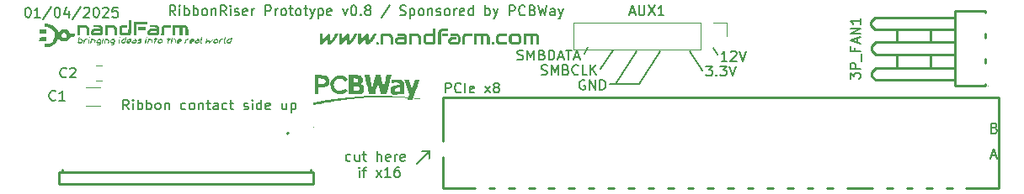
<source format=gbr>
%TF.GenerationSoftware,KiCad,Pcbnew,8.0.7*%
%TF.CreationDate,2025-04-01T17:38:45+03:00*%
%TF.ProjectId,RibbonRiser,52696262-6f6e-4526-9973-65722e6b6963,rev?*%
%TF.SameCoordinates,Original*%
%TF.FileFunction,Legend,Top*%
%TF.FilePolarity,Positive*%
%FSLAX46Y46*%
G04 Gerber Fmt 4.6, Leading zero omitted, Abs format (unit mm)*
G04 Created by KiCad (PCBNEW 8.0.7) date 2025-04-01 17:38:45*
%MOMM*%
%LPD*%
G01*
G04 APERTURE LIST*
%ADD10C,0.150000*%
%ADD11C,0.000000*%
%ADD12C,0.254000*%
%ADD13C,0.059995*%
%ADD14C,0.120000*%
%ADD15C,0.200000*%
G04 APERTURE END LIST*
D10*
X53827255Y-120169819D02*
X53922493Y-120169819D01*
X53922493Y-120169819D02*
X54017731Y-120217438D01*
X54017731Y-120217438D02*
X54065350Y-120265057D01*
X54065350Y-120265057D02*
X54112969Y-120360295D01*
X54112969Y-120360295D02*
X54160588Y-120550771D01*
X54160588Y-120550771D02*
X54160588Y-120788866D01*
X54160588Y-120788866D02*
X54112969Y-120979342D01*
X54112969Y-120979342D02*
X54065350Y-121074580D01*
X54065350Y-121074580D02*
X54017731Y-121122200D01*
X54017731Y-121122200D02*
X53922493Y-121169819D01*
X53922493Y-121169819D02*
X53827255Y-121169819D01*
X53827255Y-121169819D02*
X53732017Y-121122200D01*
X53732017Y-121122200D02*
X53684398Y-121074580D01*
X53684398Y-121074580D02*
X53636779Y-120979342D01*
X53636779Y-120979342D02*
X53589160Y-120788866D01*
X53589160Y-120788866D02*
X53589160Y-120550771D01*
X53589160Y-120550771D02*
X53636779Y-120360295D01*
X53636779Y-120360295D02*
X53684398Y-120265057D01*
X53684398Y-120265057D02*
X53732017Y-120217438D01*
X53732017Y-120217438D02*
X53827255Y-120169819D01*
X55112969Y-121169819D02*
X54541541Y-121169819D01*
X54827255Y-121169819D02*
X54827255Y-120169819D01*
X54827255Y-120169819D02*
X54732017Y-120312676D01*
X54732017Y-120312676D02*
X54636779Y-120407914D01*
X54636779Y-120407914D02*
X54541541Y-120455533D01*
X56255826Y-120122200D02*
X55398684Y-121407914D01*
X56779636Y-120169819D02*
X56874874Y-120169819D01*
X56874874Y-120169819D02*
X56970112Y-120217438D01*
X56970112Y-120217438D02*
X57017731Y-120265057D01*
X57017731Y-120265057D02*
X57065350Y-120360295D01*
X57065350Y-120360295D02*
X57112969Y-120550771D01*
X57112969Y-120550771D02*
X57112969Y-120788866D01*
X57112969Y-120788866D02*
X57065350Y-120979342D01*
X57065350Y-120979342D02*
X57017731Y-121074580D01*
X57017731Y-121074580D02*
X56970112Y-121122200D01*
X56970112Y-121122200D02*
X56874874Y-121169819D01*
X56874874Y-121169819D02*
X56779636Y-121169819D01*
X56779636Y-121169819D02*
X56684398Y-121122200D01*
X56684398Y-121122200D02*
X56636779Y-121074580D01*
X56636779Y-121074580D02*
X56589160Y-120979342D01*
X56589160Y-120979342D02*
X56541541Y-120788866D01*
X56541541Y-120788866D02*
X56541541Y-120550771D01*
X56541541Y-120550771D02*
X56589160Y-120360295D01*
X56589160Y-120360295D02*
X56636779Y-120265057D01*
X56636779Y-120265057D02*
X56684398Y-120217438D01*
X56684398Y-120217438D02*
X56779636Y-120169819D01*
X57970112Y-120503152D02*
X57970112Y-121169819D01*
X57732017Y-120122200D02*
X57493922Y-120836485D01*
X57493922Y-120836485D02*
X58112969Y-120836485D01*
X59208207Y-120122200D02*
X58351065Y-121407914D01*
X59493922Y-120265057D02*
X59541541Y-120217438D01*
X59541541Y-120217438D02*
X59636779Y-120169819D01*
X59636779Y-120169819D02*
X59874874Y-120169819D01*
X59874874Y-120169819D02*
X59970112Y-120217438D01*
X59970112Y-120217438D02*
X60017731Y-120265057D01*
X60017731Y-120265057D02*
X60065350Y-120360295D01*
X60065350Y-120360295D02*
X60065350Y-120455533D01*
X60065350Y-120455533D02*
X60017731Y-120598390D01*
X60017731Y-120598390D02*
X59446303Y-121169819D01*
X59446303Y-121169819D02*
X60065350Y-121169819D01*
X60684398Y-120169819D02*
X60779636Y-120169819D01*
X60779636Y-120169819D02*
X60874874Y-120217438D01*
X60874874Y-120217438D02*
X60922493Y-120265057D01*
X60922493Y-120265057D02*
X60970112Y-120360295D01*
X60970112Y-120360295D02*
X61017731Y-120550771D01*
X61017731Y-120550771D02*
X61017731Y-120788866D01*
X61017731Y-120788866D02*
X60970112Y-120979342D01*
X60970112Y-120979342D02*
X60922493Y-121074580D01*
X60922493Y-121074580D02*
X60874874Y-121122200D01*
X60874874Y-121122200D02*
X60779636Y-121169819D01*
X60779636Y-121169819D02*
X60684398Y-121169819D01*
X60684398Y-121169819D02*
X60589160Y-121122200D01*
X60589160Y-121122200D02*
X60541541Y-121074580D01*
X60541541Y-121074580D02*
X60493922Y-120979342D01*
X60493922Y-120979342D02*
X60446303Y-120788866D01*
X60446303Y-120788866D02*
X60446303Y-120550771D01*
X60446303Y-120550771D02*
X60493922Y-120360295D01*
X60493922Y-120360295D02*
X60541541Y-120265057D01*
X60541541Y-120265057D02*
X60589160Y-120217438D01*
X60589160Y-120217438D02*
X60684398Y-120169819D01*
X61398684Y-120265057D02*
X61446303Y-120217438D01*
X61446303Y-120217438D02*
X61541541Y-120169819D01*
X61541541Y-120169819D02*
X61779636Y-120169819D01*
X61779636Y-120169819D02*
X61874874Y-120217438D01*
X61874874Y-120217438D02*
X61922493Y-120265057D01*
X61922493Y-120265057D02*
X61970112Y-120360295D01*
X61970112Y-120360295D02*
X61970112Y-120455533D01*
X61970112Y-120455533D02*
X61922493Y-120598390D01*
X61922493Y-120598390D02*
X61351065Y-121169819D01*
X61351065Y-121169819D02*
X61970112Y-121169819D01*
X62874874Y-120169819D02*
X62398684Y-120169819D01*
X62398684Y-120169819D02*
X62351065Y-120646009D01*
X62351065Y-120646009D02*
X62398684Y-120598390D01*
X62398684Y-120598390D02*
X62493922Y-120550771D01*
X62493922Y-120550771D02*
X62732017Y-120550771D01*
X62732017Y-120550771D02*
X62827255Y-120598390D01*
X62827255Y-120598390D02*
X62874874Y-120646009D01*
X62874874Y-120646009D02*
X62922493Y-120741247D01*
X62922493Y-120741247D02*
X62922493Y-120979342D01*
X62922493Y-120979342D02*
X62874874Y-121074580D01*
X62874874Y-121074580D02*
X62827255Y-121122200D01*
X62827255Y-121122200D02*
X62732017Y-121169819D01*
X62732017Y-121169819D02*
X62493922Y-121169819D01*
X62493922Y-121169819D02*
X62398684Y-121122200D01*
X62398684Y-121122200D02*
X62351065Y-121074580D01*
X68708207Y-120969819D02*
X68374874Y-120493628D01*
X68136779Y-120969819D02*
X68136779Y-119969819D01*
X68136779Y-119969819D02*
X68517731Y-119969819D01*
X68517731Y-119969819D02*
X68612969Y-120017438D01*
X68612969Y-120017438D02*
X68660588Y-120065057D01*
X68660588Y-120065057D02*
X68708207Y-120160295D01*
X68708207Y-120160295D02*
X68708207Y-120303152D01*
X68708207Y-120303152D02*
X68660588Y-120398390D01*
X68660588Y-120398390D02*
X68612969Y-120446009D01*
X68612969Y-120446009D02*
X68517731Y-120493628D01*
X68517731Y-120493628D02*
X68136779Y-120493628D01*
X69136779Y-120969819D02*
X69136779Y-120303152D01*
X69136779Y-119969819D02*
X69089160Y-120017438D01*
X69089160Y-120017438D02*
X69136779Y-120065057D01*
X69136779Y-120065057D02*
X69184398Y-120017438D01*
X69184398Y-120017438D02*
X69136779Y-119969819D01*
X69136779Y-119969819D02*
X69136779Y-120065057D01*
X69612969Y-120969819D02*
X69612969Y-119969819D01*
X69612969Y-120350771D02*
X69708207Y-120303152D01*
X69708207Y-120303152D02*
X69898683Y-120303152D01*
X69898683Y-120303152D02*
X69993921Y-120350771D01*
X69993921Y-120350771D02*
X70041540Y-120398390D01*
X70041540Y-120398390D02*
X70089159Y-120493628D01*
X70089159Y-120493628D02*
X70089159Y-120779342D01*
X70089159Y-120779342D02*
X70041540Y-120874580D01*
X70041540Y-120874580D02*
X69993921Y-120922200D01*
X69993921Y-120922200D02*
X69898683Y-120969819D01*
X69898683Y-120969819D02*
X69708207Y-120969819D01*
X69708207Y-120969819D02*
X69612969Y-120922200D01*
X70517731Y-120969819D02*
X70517731Y-119969819D01*
X70517731Y-120350771D02*
X70612969Y-120303152D01*
X70612969Y-120303152D02*
X70803445Y-120303152D01*
X70803445Y-120303152D02*
X70898683Y-120350771D01*
X70898683Y-120350771D02*
X70946302Y-120398390D01*
X70946302Y-120398390D02*
X70993921Y-120493628D01*
X70993921Y-120493628D02*
X70993921Y-120779342D01*
X70993921Y-120779342D02*
X70946302Y-120874580D01*
X70946302Y-120874580D02*
X70898683Y-120922200D01*
X70898683Y-120922200D02*
X70803445Y-120969819D01*
X70803445Y-120969819D02*
X70612969Y-120969819D01*
X70612969Y-120969819D02*
X70517731Y-120922200D01*
X71565350Y-120969819D02*
X71470112Y-120922200D01*
X71470112Y-120922200D02*
X71422493Y-120874580D01*
X71422493Y-120874580D02*
X71374874Y-120779342D01*
X71374874Y-120779342D02*
X71374874Y-120493628D01*
X71374874Y-120493628D02*
X71422493Y-120398390D01*
X71422493Y-120398390D02*
X71470112Y-120350771D01*
X71470112Y-120350771D02*
X71565350Y-120303152D01*
X71565350Y-120303152D02*
X71708207Y-120303152D01*
X71708207Y-120303152D02*
X71803445Y-120350771D01*
X71803445Y-120350771D02*
X71851064Y-120398390D01*
X71851064Y-120398390D02*
X71898683Y-120493628D01*
X71898683Y-120493628D02*
X71898683Y-120779342D01*
X71898683Y-120779342D02*
X71851064Y-120874580D01*
X71851064Y-120874580D02*
X71803445Y-120922200D01*
X71803445Y-120922200D02*
X71708207Y-120969819D01*
X71708207Y-120969819D02*
X71565350Y-120969819D01*
X72327255Y-120303152D02*
X72327255Y-120969819D01*
X72327255Y-120398390D02*
X72374874Y-120350771D01*
X72374874Y-120350771D02*
X72470112Y-120303152D01*
X72470112Y-120303152D02*
X72612969Y-120303152D01*
X72612969Y-120303152D02*
X72708207Y-120350771D01*
X72708207Y-120350771D02*
X72755826Y-120446009D01*
X72755826Y-120446009D02*
X72755826Y-120969819D01*
X73803445Y-120969819D02*
X73470112Y-120493628D01*
X73232017Y-120969819D02*
X73232017Y-119969819D01*
X73232017Y-119969819D02*
X73612969Y-119969819D01*
X73612969Y-119969819D02*
X73708207Y-120017438D01*
X73708207Y-120017438D02*
X73755826Y-120065057D01*
X73755826Y-120065057D02*
X73803445Y-120160295D01*
X73803445Y-120160295D02*
X73803445Y-120303152D01*
X73803445Y-120303152D02*
X73755826Y-120398390D01*
X73755826Y-120398390D02*
X73708207Y-120446009D01*
X73708207Y-120446009D02*
X73612969Y-120493628D01*
X73612969Y-120493628D02*
X73232017Y-120493628D01*
X74232017Y-120969819D02*
X74232017Y-120303152D01*
X74232017Y-119969819D02*
X74184398Y-120017438D01*
X74184398Y-120017438D02*
X74232017Y-120065057D01*
X74232017Y-120065057D02*
X74279636Y-120017438D01*
X74279636Y-120017438D02*
X74232017Y-119969819D01*
X74232017Y-119969819D02*
X74232017Y-120065057D01*
X74660588Y-120922200D02*
X74755826Y-120969819D01*
X74755826Y-120969819D02*
X74946302Y-120969819D01*
X74946302Y-120969819D02*
X75041540Y-120922200D01*
X75041540Y-120922200D02*
X75089159Y-120826961D01*
X75089159Y-120826961D02*
X75089159Y-120779342D01*
X75089159Y-120779342D02*
X75041540Y-120684104D01*
X75041540Y-120684104D02*
X74946302Y-120636485D01*
X74946302Y-120636485D02*
X74803445Y-120636485D01*
X74803445Y-120636485D02*
X74708207Y-120588866D01*
X74708207Y-120588866D02*
X74660588Y-120493628D01*
X74660588Y-120493628D02*
X74660588Y-120446009D01*
X74660588Y-120446009D02*
X74708207Y-120350771D01*
X74708207Y-120350771D02*
X74803445Y-120303152D01*
X74803445Y-120303152D02*
X74946302Y-120303152D01*
X74946302Y-120303152D02*
X75041540Y-120350771D01*
X75898683Y-120922200D02*
X75803445Y-120969819D01*
X75803445Y-120969819D02*
X75612969Y-120969819D01*
X75612969Y-120969819D02*
X75517731Y-120922200D01*
X75517731Y-120922200D02*
X75470112Y-120826961D01*
X75470112Y-120826961D02*
X75470112Y-120446009D01*
X75470112Y-120446009D02*
X75517731Y-120350771D01*
X75517731Y-120350771D02*
X75612969Y-120303152D01*
X75612969Y-120303152D02*
X75803445Y-120303152D01*
X75803445Y-120303152D02*
X75898683Y-120350771D01*
X75898683Y-120350771D02*
X75946302Y-120446009D01*
X75946302Y-120446009D02*
X75946302Y-120541247D01*
X75946302Y-120541247D02*
X75470112Y-120636485D01*
X76374874Y-120969819D02*
X76374874Y-120303152D01*
X76374874Y-120493628D02*
X76422493Y-120398390D01*
X76422493Y-120398390D02*
X76470112Y-120350771D01*
X76470112Y-120350771D02*
X76565350Y-120303152D01*
X76565350Y-120303152D02*
X76660588Y-120303152D01*
X77755827Y-120969819D02*
X77755827Y-119969819D01*
X77755827Y-119969819D02*
X78136779Y-119969819D01*
X78136779Y-119969819D02*
X78232017Y-120017438D01*
X78232017Y-120017438D02*
X78279636Y-120065057D01*
X78279636Y-120065057D02*
X78327255Y-120160295D01*
X78327255Y-120160295D02*
X78327255Y-120303152D01*
X78327255Y-120303152D02*
X78279636Y-120398390D01*
X78279636Y-120398390D02*
X78232017Y-120446009D01*
X78232017Y-120446009D02*
X78136779Y-120493628D01*
X78136779Y-120493628D02*
X77755827Y-120493628D01*
X78755827Y-120969819D02*
X78755827Y-120303152D01*
X78755827Y-120493628D02*
X78803446Y-120398390D01*
X78803446Y-120398390D02*
X78851065Y-120350771D01*
X78851065Y-120350771D02*
X78946303Y-120303152D01*
X78946303Y-120303152D02*
X79041541Y-120303152D01*
X79517732Y-120969819D02*
X79422494Y-120922200D01*
X79422494Y-120922200D02*
X79374875Y-120874580D01*
X79374875Y-120874580D02*
X79327256Y-120779342D01*
X79327256Y-120779342D02*
X79327256Y-120493628D01*
X79327256Y-120493628D02*
X79374875Y-120398390D01*
X79374875Y-120398390D02*
X79422494Y-120350771D01*
X79422494Y-120350771D02*
X79517732Y-120303152D01*
X79517732Y-120303152D02*
X79660589Y-120303152D01*
X79660589Y-120303152D02*
X79755827Y-120350771D01*
X79755827Y-120350771D02*
X79803446Y-120398390D01*
X79803446Y-120398390D02*
X79851065Y-120493628D01*
X79851065Y-120493628D02*
X79851065Y-120779342D01*
X79851065Y-120779342D02*
X79803446Y-120874580D01*
X79803446Y-120874580D02*
X79755827Y-120922200D01*
X79755827Y-120922200D02*
X79660589Y-120969819D01*
X79660589Y-120969819D02*
X79517732Y-120969819D01*
X80136780Y-120303152D02*
X80517732Y-120303152D01*
X80279637Y-119969819D02*
X80279637Y-120826961D01*
X80279637Y-120826961D02*
X80327256Y-120922200D01*
X80327256Y-120922200D02*
X80422494Y-120969819D01*
X80422494Y-120969819D02*
X80517732Y-120969819D01*
X80993923Y-120969819D02*
X80898685Y-120922200D01*
X80898685Y-120922200D02*
X80851066Y-120874580D01*
X80851066Y-120874580D02*
X80803447Y-120779342D01*
X80803447Y-120779342D02*
X80803447Y-120493628D01*
X80803447Y-120493628D02*
X80851066Y-120398390D01*
X80851066Y-120398390D02*
X80898685Y-120350771D01*
X80898685Y-120350771D02*
X80993923Y-120303152D01*
X80993923Y-120303152D02*
X81136780Y-120303152D01*
X81136780Y-120303152D02*
X81232018Y-120350771D01*
X81232018Y-120350771D02*
X81279637Y-120398390D01*
X81279637Y-120398390D02*
X81327256Y-120493628D01*
X81327256Y-120493628D02*
X81327256Y-120779342D01*
X81327256Y-120779342D02*
X81279637Y-120874580D01*
X81279637Y-120874580D02*
X81232018Y-120922200D01*
X81232018Y-120922200D02*
X81136780Y-120969819D01*
X81136780Y-120969819D02*
X80993923Y-120969819D01*
X81612971Y-120303152D02*
X81993923Y-120303152D01*
X81755828Y-119969819D02*
X81755828Y-120826961D01*
X81755828Y-120826961D02*
X81803447Y-120922200D01*
X81803447Y-120922200D02*
X81898685Y-120969819D01*
X81898685Y-120969819D02*
X81993923Y-120969819D01*
X82232019Y-120303152D02*
X82470114Y-120969819D01*
X82708209Y-120303152D02*
X82470114Y-120969819D01*
X82470114Y-120969819D02*
X82374876Y-121207914D01*
X82374876Y-121207914D02*
X82327257Y-121255533D01*
X82327257Y-121255533D02*
X82232019Y-121303152D01*
X83089162Y-120303152D02*
X83089162Y-121303152D01*
X83089162Y-120350771D02*
X83184400Y-120303152D01*
X83184400Y-120303152D02*
X83374876Y-120303152D01*
X83374876Y-120303152D02*
X83470114Y-120350771D01*
X83470114Y-120350771D02*
X83517733Y-120398390D01*
X83517733Y-120398390D02*
X83565352Y-120493628D01*
X83565352Y-120493628D02*
X83565352Y-120779342D01*
X83565352Y-120779342D02*
X83517733Y-120874580D01*
X83517733Y-120874580D02*
X83470114Y-120922200D01*
X83470114Y-120922200D02*
X83374876Y-120969819D01*
X83374876Y-120969819D02*
X83184400Y-120969819D01*
X83184400Y-120969819D02*
X83089162Y-120922200D01*
X84374876Y-120922200D02*
X84279638Y-120969819D01*
X84279638Y-120969819D02*
X84089162Y-120969819D01*
X84089162Y-120969819D02*
X83993924Y-120922200D01*
X83993924Y-120922200D02*
X83946305Y-120826961D01*
X83946305Y-120826961D02*
X83946305Y-120446009D01*
X83946305Y-120446009D02*
X83993924Y-120350771D01*
X83993924Y-120350771D02*
X84089162Y-120303152D01*
X84089162Y-120303152D02*
X84279638Y-120303152D01*
X84279638Y-120303152D02*
X84374876Y-120350771D01*
X84374876Y-120350771D02*
X84422495Y-120446009D01*
X84422495Y-120446009D02*
X84422495Y-120541247D01*
X84422495Y-120541247D02*
X83946305Y-120636485D01*
X85517734Y-120303152D02*
X85755829Y-120969819D01*
X85755829Y-120969819D02*
X85993924Y-120303152D01*
X86565353Y-119969819D02*
X86660591Y-119969819D01*
X86660591Y-119969819D02*
X86755829Y-120017438D01*
X86755829Y-120017438D02*
X86803448Y-120065057D01*
X86803448Y-120065057D02*
X86851067Y-120160295D01*
X86851067Y-120160295D02*
X86898686Y-120350771D01*
X86898686Y-120350771D02*
X86898686Y-120588866D01*
X86898686Y-120588866D02*
X86851067Y-120779342D01*
X86851067Y-120779342D02*
X86803448Y-120874580D01*
X86803448Y-120874580D02*
X86755829Y-120922200D01*
X86755829Y-120922200D02*
X86660591Y-120969819D01*
X86660591Y-120969819D02*
X86565353Y-120969819D01*
X86565353Y-120969819D02*
X86470115Y-120922200D01*
X86470115Y-120922200D02*
X86422496Y-120874580D01*
X86422496Y-120874580D02*
X86374877Y-120779342D01*
X86374877Y-120779342D02*
X86327258Y-120588866D01*
X86327258Y-120588866D02*
X86327258Y-120350771D01*
X86327258Y-120350771D02*
X86374877Y-120160295D01*
X86374877Y-120160295D02*
X86422496Y-120065057D01*
X86422496Y-120065057D02*
X86470115Y-120017438D01*
X86470115Y-120017438D02*
X86565353Y-119969819D01*
X87327258Y-120874580D02*
X87374877Y-120922200D01*
X87374877Y-120922200D02*
X87327258Y-120969819D01*
X87327258Y-120969819D02*
X87279639Y-120922200D01*
X87279639Y-120922200D02*
X87327258Y-120874580D01*
X87327258Y-120874580D02*
X87327258Y-120969819D01*
X87946305Y-120398390D02*
X87851067Y-120350771D01*
X87851067Y-120350771D02*
X87803448Y-120303152D01*
X87803448Y-120303152D02*
X87755829Y-120207914D01*
X87755829Y-120207914D02*
X87755829Y-120160295D01*
X87755829Y-120160295D02*
X87803448Y-120065057D01*
X87803448Y-120065057D02*
X87851067Y-120017438D01*
X87851067Y-120017438D02*
X87946305Y-119969819D01*
X87946305Y-119969819D02*
X88136781Y-119969819D01*
X88136781Y-119969819D02*
X88232019Y-120017438D01*
X88232019Y-120017438D02*
X88279638Y-120065057D01*
X88279638Y-120065057D02*
X88327257Y-120160295D01*
X88327257Y-120160295D02*
X88327257Y-120207914D01*
X88327257Y-120207914D02*
X88279638Y-120303152D01*
X88279638Y-120303152D02*
X88232019Y-120350771D01*
X88232019Y-120350771D02*
X88136781Y-120398390D01*
X88136781Y-120398390D02*
X87946305Y-120398390D01*
X87946305Y-120398390D02*
X87851067Y-120446009D01*
X87851067Y-120446009D02*
X87803448Y-120493628D01*
X87803448Y-120493628D02*
X87755829Y-120588866D01*
X87755829Y-120588866D02*
X87755829Y-120779342D01*
X87755829Y-120779342D02*
X87803448Y-120874580D01*
X87803448Y-120874580D02*
X87851067Y-120922200D01*
X87851067Y-120922200D02*
X87946305Y-120969819D01*
X87946305Y-120969819D02*
X88136781Y-120969819D01*
X88136781Y-120969819D02*
X88232019Y-120922200D01*
X88232019Y-120922200D02*
X88279638Y-120874580D01*
X88279638Y-120874580D02*
X88327257Y-120779342D01*
X88327257Y-120779342D02*
X88327257Y-120588866D01*
X88327257Y-120588866D02*
X88279638Y-120493628D01*
X88279638Y-120493628D02*
X88232019Y-120446009D01*
X88232019Y-120446009D02*
X88136781Y-120398390D01*
X90232019Y-119922200D02*
X89374877Y-121207914D01*
X91279639Y-120922200D02*
X91422496Y-120969819D01*
X91422496Y-120969819D02*
X91660591Y-120969819D01*
X91660591Y-120969819D02*
X91755829Y-120922200D01*
X91755829Y-120922200D02*
X91803448Y-120874580D01*
X91803448Y-120874580D02*
X91851067Y-120779342D01*
X91851067Y-120779342D02*
X91851067Y-120684104D01*
X91851067Y-120684104D02*
X91803448Y-120588866D01*
X91803448Y-120588866D02*
X91755829Y-120541247D01*
X91755829Y-120541247D02*
X91660591Y-120493628D01*
X91660591Y-120493628D02*
X91470115Y-120446009D01*
X91470115Y-120446009D02*
X91374877Y-120398390D01*
X91374877Y-120398390D02*
X91327258Y-120350771D01*
X91327258Y-120350771D02*
X91279639Y-120255533D01*
X91279639Y-120255533D02*
X91279639Y-120160295D01*
X91279639Y-120160295D02*
X91327258Y-120065057D01*
X91327258Y-120065057D02*
X91374877Y-120017438D01*
X91374877Y-120017438D02*
X91470115Y-119969819D01*
X91470115Y-119969819D02*
X91708210Y-119969819D01*
X91708210Y-119969819D02*
X91851067Y-120017438D01*
X92279639Y-120303152D02*
X92279639Y-121303152D01*
X92279639Y-120350771D02*
X92374877Y-120303152D01*
X92374877Y-120303152D02*
X92565353Y-120303152D01*
X92565353Y-120303152D02*
X92660591Y-120350771D01*
X92660591Y-120350771D02*
X92708210Y-120398390D01*
X92708210Y-120398390D02*
X92755829Y-120493628D01*
X92755829Y-120493628D02*
X92755829Y-120779342D01*
X92755829Y-120779342D02*
X92708210Y-120874580D01*
X92708210Y-120874580D02*
X92660591Y-120922200D01*
X92660591Y-120922200D02*
X92565353Y-120969819D01*
X92565353Y-120969819D02*
X92374877Y-120969819D01*
X92374877Y-120969819D02*
X92279639Y-120922200D01*
X93327258Y-120969819D02*
X93232020Y-120922200D01*
X93232020Y-120922200D02*
X93184401Y-120874580D01*
X93184401Y-120874580D02*
X93136782Y-120779342D01*
X93136782Y-120779342D02*
X93136782Y-120493628D01*
X93136782Y-120493628D02*
X93184401Y-120398390D01*
X93184401Y-120398390D02*
X93232020Y-120350771D01*
X93232020Y-120350771D02*
X93327258Y-120303152D01*
X93327258Y-120303152D02*
X93470115Y-120303152D01*
X93470115Y-120303152D02*
X93565353Y-120350771D01*
X93565353Y-120350771D02*
X93612972Y-120398390D01*
X93612972Y-120398390D02*
X93660591Y-120493628D01*
X93660591Y-120493628D02*
X93660591Y-120779342D01*
X93660591Y-120779342D02*
X93612972Y-120874580D01*
X93612972Y-120874580D02*
X93565353Y-120922200D01*
X93565353Y-120922200D02*
X93470115Y-120969819D01*
X93470115Y-120969819D02*
X93327258Y-120969819D01*
X94089163Y-120303152D02*
X94089163Y-120969819D01*
X94089163Y-120398390D02*
X94136782Y-120350771D01*
X94136782Y-120350771D02*
X94232020Y-120303152D01*
X94232020Y-120303152D02*
X94374877Y-120303152D01*
X94374877Y-120303152D02*
X94470115Y-120350771D01*
X94470115Y-120350771D02*
X94517734Y-120446009D01*
X94517734Y-120446009D02*
X94517734Y-120969819D01*
X94946306Y-120922200D02*
X95041544Y-120969819D01*
X95041544Y-120969819D02*
X95232020Y-120969819D01*
X95232020Y-120969819D02*
X95327258Y-120922200D01*
X95327258Y-120922200D02*
X95374877Y-120826961D01*
X95374877Y-120826961D02*
X95374877Y-120779342D01*
X95374877Y-120779342D02*
X95327258Y-120684104D01*
X95327258Y-120684104D02*
X95232020Y-120636485D01*
X95232020Y-120636485D02*
X95089163Y-120636485D01*
X95089163Y-120636485D02*
X94993925Y-120588866D01*
X94993925Y-120588866D02*
X94946306Y-120493628D01*
X94946306Y-120493628D02*
X94946306Y-120446009D01*
X94946306Y-120446009D02*
X94993925Y-120350771D01*
X94993925Y-120350771D02*
X95089163Y-120303152D01*
X95089163Y-120303152D02*
X95232020Y-120303152D01*
X95232020Y-120303152D02*
X95327258Y-120350771D01*
X95946306Y-120969819D02*
X95851068Y-120922200D01*
X95851068Y-120922200D02*
X95803449Y-120874580D01*
X95803449Y-120874580D02*
X95755830Y-120779342D01*
X95755830Y-120779342D02*
X95755830Y-120493628D01*
X95755830Y-120493628D02*
X95803449Y-120398390D01*
X95803449Y-120398390D02*
X95851068Y-120350771D01*
X95851068Y-120350771D02*
X95946306Y-120303152D01*
X95946306Y-120303152D02*
X96089163Y-120303152D01*
X96089163Y-120303152D02*
X96184401Y-120350771D01*
X96184401Y-120350771D02*
X96232020Y-120398390D01*
X96232020Y-120398390D02*
X96279639Y-120493628D01*
X96279639Y-120493628D02*
X96279639Y-120779342D01*
X96279639Y-120779342D02*
X96232020Y-120874580D01*
X96232020Y-120874580D02*
X96184401Y-120922200D01*
X96184401Y-120922200D02*
X96089163Y-120969819D01*
X96089163Y-120969819D02*
X95946306Y-120969819D01*
X96708211Y-120969819D02*
X96708211Y-120303152D01*
X96708211Y-120493628D02*
X96755830Y-120398390D01*
X96755830Y-120398390D02*
X96803449Y-120350771D01*
X96803449Y-120350771D02*
X96898687Y-120303152D01*
X96898687Y-120303152D02*
X96993925Y-120303152D01*
X97708211Y-120922200D02*
X97612973Y-120969819D01*
X97612973Y-120969819D02*
X97422497Y-120969819D01*
X97422497Y-120969819D02*
X97327259Y-120922200D01*
X97327259Y-120922200D02*
X97279640Y-120826961D01*
X97279640Y-120826961D02*
X97279640Y-120446009D01*
X97279640Y-120446009D02*
X97327259Y-120350771D01*
X97327259Y-120350771D02*
X97422497Y-120303152D01*
X97422497Y-120303152D02*
X97612973Y-120303152D01*
X97612973Y-120303152D02*
X97708211Y-120350771D01*
X97708211Y-120350771D02*
X97755830Y-120446009D01*
X97755830Y-120446009D02*
X97755830Y-120541247D01*
X97755830Y-120541247D02*
X97279640Y-120636485D01*
X98612973Y-120969819D02*
X98612973Y-119969819D01*
X98612973Y-120922200D02*
X98517735Y-120969819D01*
X98517735Y-120969819D02*
X98327259Y-120969819D01*
X98327259Y-120969819D02*
X98232021Y-120922200D01*
X98232021Y-120922200D02*
X98184402Y-120874580D01*
X98184402Y-120874580D02*
X98136783Y-120779342D01*
X98136783Y-120779342D02*
X98136783Y-120493628D01*
X98136783Y-120493628D02*
X98184402Y-120398390D01*
X98184402Y-120398390D02*
X98232021Y-120350771D01*
X98232021Y-120350771D02*
X98327259Y-120303152D01*
X98327259Y-120303152D02*
X98517735Y-120303152D01*
X98517735Y-120303152D02*
X98612973Y-120350771D01*
X99851069Y-120969819D02*
X99851069Y-119969819D01*
X99851069Y-120350771D02*
X99946307Y-120303152D01*
X99946307Y-120303152D02*
X100136783Y-120303152D01*
X100136783Y-120303152D02*
X100232021Y-120350771D01*
X100232021Y-120350771D02*
X100279640Y-120398390D01*
X100279640Y-120398390D02*
X100327259Y-120493628D01*
X100327259Y-120493628D02*
X100327259Y-120779342D01*
X100327259Y-120779342D02*
X100279640Y-120874580D01*
X100279640Y-120874580D02*
X100232021Y-120922200D01*
X100232021Y-120922200D02*
X100136783Y-120969819D01*
X100136783Y-120969819D02*
X99946307Y-120969819D01*
X99946307Y-120969819D02*
X99851069Y-120922200D01*
X100660593Y-120303152D02*
X100898688Y-120969819D01*
X101136783Y-120303152D02*
X100898688Y-120969819D01*
X100898688Y-120969819D02*
X100803450Y-121207914D01*
X100803450Y-121207914D02*
X100755831Y-121255533D01*
X100755831Y-121255533D02*
X100660593Y-121303152D01*
X102279641Y-120969819D02*
X102279641Y-119969819D01*
X102279641Y-119969819D02*
X102660593Y-119969819D01*
X102660593Y-119969819D02*
X102755831Y-120017438D01*
X102755831Y-120017438D02*
X102803450Y-120065057D01*
X102803450Y-120065057D02*
X102851069Y-120160295D01*
X102851069Y-120160295D02*
X102851069Y-120303152D01*
X102851069Y-120303152D02*
X102803450Y-120398390D01*
X102803450Y-120398390D02*
X102755831Y-120446009D01*
X102755831Y-120446009D02*
X102660593Y-120493628D01*
X102660593Y-120493628D02*
X102279641Y-120493628D01*
X103851069Y-120874580D02*
X103803450Y-120922200D01*
X103803450Y-120922200D02*
X103660593Y-120969819D01*
X103660593Y-120969819D02*
X103565355Y-120969819D01*
X103565355Y-120969819D02*
X103422498Y-120922200D01*
X103422498Y-120922200D02*
X103327260Y-120826961D01*
X103327260Y-120826961D02*
X103279641Y-120731723D01*
X103279641Y-120731723D02*
X103232022Y-120541247D01*
X103232022Y-120541247D02*
X103232022Y-120398390D01*
X103232022Y-120398390D02*
X103279641Y-120207914D01*
X103279641Y-120207914D02*
X103327260Y-120112676D01*
X103327260Y-120112676D02*
X103422498Y-120017438D01*
X103422498Y-120017438D02*
X103565355Y-119969819D01*
X103565355Y-119969819D02*
X103660593Y-119969819D01*
X103660593Y-119969819D02*
X103803450Y-120017438D01*
X103803450Y-120017438D02*
X103851069Y-120065057D01*
X104612974Y-120446009D02*
X104755831Y-120493628D01*
X104755831Y-120493628D02*
X104803450Y-120541247D01*
X104803450Y-120541247D02*
X104851069Y-120636485D01*
X104851069Y-120636485D02*
X104851069Y-120779342D01*
X104851069Y-120779342D02*
X104803450Y-120874580D01*
X104803450Y-120874580D02*
X104755831Y-120922200D01*
X104755831Y-120922200D02*
X104660593Y-120969819D01*
X104660593Y-120969819D02*
X104279641Y-120969819D01*
X104279641Y-120969819D02*
X104279641Y-119969819D01*
X104279641Y-119969819D02*
X104612974Y-119969819D01*
X104612974Y-119969819D02*
X104708212Y-120017438D01*
X104708212Y-120017438D02*
X104755831Y-120065057D01*
X104755831Y-120065057D02*
X104803450Y-120160295D01*
X104803450Y-120160295D02*
X104803450Y-120255533D01*
X104803450Y-120255533D02*
X104755831Y-120350771D01*
X104755831Y-120350771D02*
X104708212Y-120398390D01*
X104708212Y-120398390D02*
X104612974Y-120446009D01*
X104612974Y-120446009D02*
X104279641Y-120446009D01*
X105184403Y-119969819D02*
X105422498Y-120969819D01*
X105422498Y-120969819D02*
X105612974Y-120255533D01*
X105612974Y-120255533D02*
X105803450Y-120969819D01*
X105803450Y-120969819D02*
X106041546Y-119969819D01*
X106851069Y-120969819D02*
X106851069Y-120446009D01*
X106851069Y-120446009D02*
X106803450Y-120350771D01*
X106803450Y-120350771D02*
X106708212Y-120303152D01*
X106708212Y-120303152D02*
X106517736Y-120303152D01*
X106517736Y-120303152D02*
X106422498Y-120350771D01*
X106851069Y-120922200D02*
X106755831Y-120969819D01*
X106755831Y-120969819D02*
X106517736Y-120969819D01*
X106517736Y-120969819D02*
X106422498Y-120922200D01*
X106422498Y-120922200D02*
X106374879Y-120826961D01*
X106374879Y-120826961D02*
X106374879Y-120731723D01*
X106374879Y-120731723D02*
X106422498Y-120636485D01*
X106422498Y-120636485D02*
X106517736Y-120588866D01*
X106517736Y-120588866D02*
X106755831Y-120588866D01*
X106755831Y-120588866D02*
X106851069Y-120541247D01*
X107232022Y-120303152D02*
X107470117Y-120969819D01*
X107708212Y-120303152D02*
X107470117Y-120969819D01*
X107470117Y-120969819D02*
X107374879Y-121207914D01*
X107374879Y-121207914D02*
X107327260Y-121255533D01*
X107327260Y-121255533D02*
X107232022Y-121303152D01*
X112400000Y-127900000D02*
X115300000Y-127900000D01*
X122750000Y-124225000D02*
X123200000Y-124900000D01*
X112950000Y-127850000D02*
X115050000Y-124550000D01*
X115300000Y-127900000D02*
X117400000Y-124600000D01*
X120400000Y-124550000D02*
X121700000Y-126500000D01*
X111400000Y-126400000D02*
X112700000Y-124500000D01*
X109800000Y-124800000D02*
X110200000Y-124200000D01*
X95836779Y-128769819D02*
X95836779Y-127769819D01*
X95836779Y-127769819D02*
X96217731Y-127769819D01*
X96217731Y-127769819D02*
X96312969Y-127817438D01*
X96312969Y-127817438D02*
X96360588Y-127865057D01*
X96360588Y-127865057D02*
X96408207Y-127960295D01*
X96408207Y-127960295D02*
X96408207Y-128103152D01*
X96408207Y-128103152D02*
X96360588Y-128198390D01*
X96360588Y-128198390D02*
X96312969Y-128246009D01*
X96312969Y-128246009D02*
X96217731Y-128293628D01*
X96217731Y-128293628D02*
X95836779Y-128293628D01*
X97408207Y-128674580D02*
X97360588Y-128722200D01*
X97360588Y-128722200D02*
X97217731Y-128769819D01*
X97217731Y-128769819D02*
X97122493Y-128769819D01*
X97122493Y-128769819D02*
X96979636Y-128722200D01*
X96979636Y-128722200D02*
X96884398Y-128626961D01*
X96884398Y-128626961D02*
X96836779Y-128531723D01*
X96836779Y-128531723D02*
X96789160Y-128341247D01*
X96789160Y-128341247D02*
X96789160Y-128198390D01*
X96789160Y-128198390D02*
X96836779Y-128007914D01*
X96836779Y-128007914D02*
X96884398Y-127912676D01*
X96884398Y-127912676D02*
X96979636Y-127817438D01*
X96979636Y-127817438D02*
X97122493Y-127769819D01*
X97122493Y-127769819D02*
X97217731Y-127769819D01*
X97217731Y-127769819D02*
X97360588Y-127817438D01*
X97360588Y-127817438D02*
X97408207Y-127865057D01*
X97836779Y-128769819D02*
X97836779Y-127769819D01*
X98693921Y-128722200D02*
X98598683Y-128769819D01*
X98598683Y-128769819D02*
X98408207Y-128769819D01*
X98408207Y-128769819D02*
X98312969Y-128722200D01*
X98312969Y-128722200D02*
X98265350Y-128626961D01*
X98265350Y-128626961D02*
X98265350Y-128246009D01*
X98265350Y-128246009D02*
X98312969Y-128150771D01*
X98312969Y-128150771D02*
X98408207Y-128103152D01*
X98408207Y-128103152D02*
X98598683Y-128103152D01*
X98598683Y-128103152D02*
X98693921Y-128150771D01*
X98693921Y-128150771D02*
X98741540Y-128246009D01*
X98741540Y-128246009D02*
X98741540Y-128341247D01*
X98741540Y-128341247D02*
X98265350Y-128436485D01*
X99836779Y-128769819D02*
X100360588Y-128103152D01*
X99836779Y-128103152D02*
X100360588Y-128769819D01*
X100884398Y-128198390D02*
X100789160Y-128150771D01*
X100789160Y-128150771D02*
X100741541Y-128103152D01*
X100741541Y-128103152D02*
X100693922Y-128007914D01*
X100693922Y-128007914D02*
X100693922Y-127960295D01*
X100693922Y-127960295D02*
X100741541Y-127865057D01*
X100741541Y-127865057D02*
X100789160Y-127817438D01*
X100789160Y-127817438D02*
X100884398Y-127769819D01*
X100884398Y-127769819D02*
X101074874Y-127769819D01*
X101074874Y-127769819D02*
X101170112Y-127817438D01*
X101170112Y-127817438D02*
X101217731Y-127865057D01*
X101217731Y-127865057D02*
X101265350Y-127960295D01*
X101265350Y-127960295D02*
X101265350Y-128007914D01*
X101265350Y-128007914D02*
X101217731Y-128103152D01*
X101217731Y-128103152D02*
X101170112Y-128150771D01*
X101170112Y-128150771D02*
X101074874Y-128198390D01*
X101074874Y-128198390D02*
X100884398Y-128198390D01*
X100884398Y-128198390D02*
X100789160Y-128246009D01*
X100789160Y-128246009D02*
X100741541Y-128293628D01*
X100741541Y-128293628D02*
X100693922Y-128388866D01*
X100693922Y-128388866D02*
X100693922Y-128579342D01*
X100693922Y-128579342D02*
X100741541Y-128674580D01*
X100741541Y-128674580D02*
X100789160Y-128722200D01*
X100789160Y-128722200D02*
X100884398Y-128769819D01*
X100884398Y-128769819D02*
X101074874Y-128769819D01*
X101074874Y-128769819D02*
X101170112Y-128722200D01*
X101170112Y-128722200D02*
X101217731Y-128674580D01*
X101217731Y-128674580D02*
X101265350Y-128579342D01*
X101265350Y-128579342D02*
X101265350Y-128388866D01*
X101265350Y-128388866D02*
X101217731Y-128293628D01*
X101217731Y-128293628D02*
X101170112Y-128246009D01*
X101170112Y-128246009D02*
X101074874Y-128198390D01*
X64008207Y-130469819D02*
X63674874Y-129993628D01*
X63436779Y-130469819D02*
X63436779Y-129469819D01*
X63436779Y-129469819D02*
X63817731Y-129469819D01*
X63817731Y-129469819D02*
X63912969Y-129517438D01*
X63912969Y-129517438D02*
X63960588Y-129565057D01*
X63960588Y-129565057D02*
X64008207Y-129660295D01*
X64008207Y-129660295D02*
X64008207Y-129803152D01*
X64008207Y-129803152D02*
X63960588Y-129898390D01*
X63960588Y-129898390D02*
X63912969Y-129946009D01*
X63912969Y-129946009D02*
X63817731Y-129993628D01*
X63817731Y-129993628D02*
X63436779Y-129993628D01*
X64436779Y-130469819D02*
X64436779Y-129803152D01*
X64436779Y-129469819D02*
X64389160Y-129517438D01*
X64389160Y-129517438D02*
X64436779Y-129565057D01*
X64436779Y-129565057D02*
X64484398Y-129517438D01*
X64484398Y-129517438D02*
X64436779Y-129469819D01*
X64436779Y-129469819D02*
X64436779Y-129565057D01*
X64912969Y-130469819D02*
X64912969Y-129469819D01*
X64912969Y-129850771D02*
X65008207Y-129803152D01*
X65008207Y-129803152D02*
X65198683Y-129803152D01*
X65198683Y-129803152D02*
X65293921Y-129850771D01*
X65293921Y-129850771D02*
X65341540Y-129898390D01*
X65341540Y-129898390D02*
X65389159Y-129993628D01*
X65389159Y-129993628D02*
X65389159Y-130279342D01*
X65389159Y-130279342D02*
X65341540Y-130374580D01*
X65341540Y-130374580D02*
X65293921Y-130422200D01*
X65293921Y-130422200D02*
X65198683Y-130469819D01*
X65198683Y-130469819D02*
X65008207Y-130469819D01*
X65008207Y-130469819D02*
X64912969Y-130422200D01*
X65817731Y-130469819D02*
X65817731Y-129469819D01*
X65817731Y-129850771D02*
X65912969Y-129803152D01*
X65912969Y-129803152D02*
X66103445Y-129803152D01*
X66103445Y-129803152D02*
X66198683Y-129850771D01*
X66198683Y-129850771D02*
X66246302Y-129898390D01*
X66246302Y-129898390D02*
X66293921Y-129993628D01*
X66293921Y-129993628D02*
X66293921Y-130279342D01*
X66293921Y-130279342D02*
X66246302Y-130374580D01*
X66246302Y-130374580D02*
X66198683Y-130422200D01*
X66198683Y-130422200D02*
X66103445Y-130469819D01*
X66103445Y-130469819D02*
X65912969Y-130469819D01*
X65912969Y-130469819D02*
X65817731Y-130422200D01*
X66865350Y-130469819D02*
X66770112Y-130422200D01*
X66770112Y-130422200D02*
X66722493Y-130374580D01*
X66722493Y-130374580D02*
X66674874Y-130279342D01*
X66674874Y-130279342D02*
X66674874Y-129993628D01*
X66674874Y-129993628D02*
X66722493Y-129898390D01*
X66722493Y-129898390D02*
X66770112Y-129850771D01*
X66770112Y-129850771D02*
X66865350Y-129803152D01*
X66865350Y-129803152D02*
X67008207Y-129803152D01*
X67008207Y-129803152D02*
X67103445Y-129850771D01*
X67103445Y-129850771D02*
X67151064Y-129898390D01*
X67151064Y-129898390D02*
X67198683Y-129993628D01*
X67198683Y-129993628D02*
X67198683Y-130279342D01*
X67198683Y-130279342D02*
X67151064Y-130374580D01*
X67151064Y-130374580D02*
X67103445Y-130422200D01*
X67103445Y-130422200D02*
X67008207Y-130469819D01*
X67008207Y-130469819D02*
X66865350Y-130469819D01*
X67627255Y-129803152D02*
X67627255Y-130469819D01*
X67627255Y-129898390D02*
X67674874Y-129850771D01*
X67674874Y-129850771D02*
X67770112Y-129803152D01*
X67770112Y-129803152D02*
X67912969Y-129803152D01*
X67912969Y-129803152D02*
X68008207Y-129850771D01*
X68008207Y-129850771D02*
X68055826Y-129946009D01*
X68055826Y-129946009D02*
X68055826Y-130469819D01*
X69722493Y-130422200D02*
X69627255Y-130469819D01*
X69627255Y-130469819D02*
X69436779Y-130469819D01*
X69436779Y-130469819D02*
X69341541Y-130422200D01*
X69341541Y-130422200D02*
X69293922Y-130374580D01*
X69293922Y-130374580D02*
X69246303Y-130279342D01*
X69246303Y-130279342D02*
X69246303Y-129993628D01*
X69246303Y-129993628D02*
X69293922Y-129898390D01*
X69293922Y-129898390D02*
X69341541Y-129850771D01*
X69341541Y-129850771D02*
X69436779Y-129803152D01*
X69436779Y-129803152D02*
X69627255Y-129803152D01*
X69627255Y-129803152D02*
X69722493Y-129850771D01*
X70293922Y-130469819D02*
X70198684Y-130422200D01*
X70198684Y-130422200D02*
X70151065Y-130374580D01*
X70151065Y-130374580D02*
X70103446Y-130279342D01*
X70103446Y-130279342D02*
X70103446Y-129993628D01*
X70103446Y-129993628D02*
X70151065Y-129898390D01*
X70151065Y-129898390D02*
X70198684Y-129850771D01*
X70198684Y-129850771D02*
X70293922Y-129803152D01*
X70293922Y-129803152D02*
X70436779Y-129803152D01*
X70436779Y-129803152D02*
X70532017Y-129850771D01*
X70532017Y-129850771D02*
X70579636Y-129898390D01*
X70579636Y-129898390D02*
X70627255Y-129993628D01*
X70627255Y-129993628D02*
X70627255Y-130279342D01*
X70627255Y-130279342D02*
X70579636Y-130374580D01*
X70579636Y-130374580D02*
X70532017Y-130422200D01*
X70532017Y-130422200D02*
X70436779Y-130469819D01*
X70436779Y-130469819D02*
X70293922Y-130469819D01*
X71055827Y-129803152D02*
X71055827Y-130469819D01*
X71055827Y-129898390D02*
X71103446Y-129850771D01*
X71103446Y-129850771D02*
X71198684Y-129803152D01*
X71198684Y-129803152D02*
X71341541Y-129803152D01*
X71341541Y-129803152D02*
X71436779Y-129850771D01*
X71436779Y-129850771D02*
X71484398Y-129946009D01*
X71484398Y-129946009D02*
X71484398Y-130469819D01*
X71817732Y-129803152D02*
X72198684Y-129803152D01*
X71960589Y-129469819D02*
X71960589Y-130326961D01*
X71960589Y-130326961D02*
X72008208Y-130422200D01*
X72008208Y-130422200D02*
X72103446Y-130469819D01*
X72103446Y-130469819D02*
X72198684Y-130469819D01*
X72960589Y-130469819D02*
X72960589Y-129946009D01*
X72960589Y-129946009D02*
X72912970Y-129850771D01*
X72912970Y-129850771D02*
X72817732Y-129803152D01*
X72817732Y-129803152D02*
X72627256Y-129803152D01*
X72627256Y-129803152D02*
X72532018Y-129850771D01*
X72960589Y-130422200D02*
X72865351Y-130469819D01*
X72865351Y-130469819D02*
X72627256Y-130469819D01*
X72627256Y-130469819D02*
X72532018Y-130422200D01*
X72532018Y-130422200D02*
X72484399Y-130326961D01*
X72484399Y-130326961D02*
X72484399Y-130231723D01*
X72484399Y-130231723D02*
X72532018Y-130136485D01*
X72532018Y-130136485D02*
X72627256Y-130088866D01*
X72627256Y-130088866D02*
X72865351Y-130088866D01*
X72865351Y-130088866D02*
X72960589Y-130041247D01*
X73865351Y-130422200D02*
X73770113Y-130469819D01*
X73770113Y-130469819D02*
X73579637Y-130469819D01*
X73579637Y-130469819D02*
X73484399Y-130422200D01*
X73484399Y-130422200D02*
X73436780Y-130374580D01*
X73436780Y-130374580D02*
X73389161Y-130279342D01*
X73389161Y-130279342D02*
X73389161Y-129993628D01*
X73389161Y-129993628D02*
X73436780Y-129898390D01*
X73436780Y-129898390D02*
X73484399Y-129850771D01*
X73484399Y-129850771D02*
X73579637Y-129803152D01*
X73579637Y-129803152D02*
X73770113Y-129803152D01*
X73770113Y-129803152D02*
X73865351Y-129850771D01*
X74151066Y-129803152D02*
X74532018Y-129803152D01*
X74293923Y-129469819D02*
X74293923Y-130326961D01*
X74293923Y-130326961D02*
X74341542Y-130422200D01*
X74341542Y-130422200D02*
X74436780Y-130469819D01*
X74436780Y-130469819D02*
X74532018Y-130469819D01*
X75579638Y-130422200D02*
X75674876Y-130469819D01*
X75674876Y-130469819D02*
X75865352Y-130469819D01*
X75865352Y-130469819D02*
X75960590Y-130422200D01*
X75960590Y-130422200D02*
X76008209Y-130326961D01*
X76008209Y-130326961D02*
X76008209Y-130279342D01*
X76008209Y-130279342D02*
X75960590Y-130184104D01*
X75960590Y-130184104D02*
X75865352Y-130136485D01*
X75865352Y-130136485D02*
X75722495Y-130136485D01*
X75722495Y-130136485D02*
X75627257Y-130088866D01*
X75627257Y-130088866D02*
X75579638Y-129993628D01*
X75579638Y-129993628D02*
X75579638Y-129946009D01*
X75579638Y-129946009D02*
X75627257Y-129850771D01*
X75627257Y-129850771D02*
X75722495Y-129803152D01*
X75722495Y-129803152D02*
X75865352Y-129803152D01*
X75865352Y-129803152D02*
X75960590Y-129850771D01*
X76436781Y-130469819D02*
X76436781Y-129803152D01*
X76436781Y-129469819D02*
X76389162Y-129517438D01*
X76389162Y-129517438D02*
X76436781Y-129565057D01*
X76436781Y-129565057D02*
X76484400Y-129517438D01*
X76484400Y-129517438D02*
X76436781Y-129469819D01*
X76436781Y-129469819D02*
X76436781Y-129565057D01*
X77341542Y-130469819D02*
X77341542Y-129469819D01*
X77341542Y-130422200D02*
X77246304Y-130469819D01*
X77246304Y-130469819D02*
X77055828Y-130469819D01*
X77055828Y-130469819D02*
X76960590Y-130422200D01*
X76960590Y-130422200D02*
X76912971Y-130374580D01*
X76912971Y-130374580D02*
X76865352Y-130279342D01*
X76865352Y-130279342D02*
X76865352Y-129993628D01*
X76865352Y-129993628D02*
X76912971Y-129898390D01*
X76912971Y-129898390D02*
X76960590Y-129850771D01*
X76960590Y-129850771D02*
X77055828Y-129803152D01*
X77055828Y-129803152D02*
X77246304Y-129803152D01*
X77246304Y-129803152D02*
X77341542Y-129850771D01*
X78198685Y-130422200D02*
X78103447Y-130469819D01*
X78103447Y-130469819D02*
X77912971Y-130469819D01*
X77912971Y-130469819D02*
X77817733Y-130422200D01*
X77817733Y-130422200D02*
X77770114Y-130326961D01*
X77770114Y-130326961D02*
X77770114Y-129946009D01*
X77770114Y-129946009D02*
X77817733Y-129850771D01*
X77817733Y-129850771D02*
X77912971Y-129803152D01*
X77912971Y-129803152D02*
X78103447Y-129803152D01*
X78103447Y-129803152D02*
X78198685Y-129850771D01*
X78198685Y-129850771D02*
X78246304Y-129946009D01*
X78246304Y-129946009D02*
X78246304Y-130041247D01*
X78246304Y-130041247D02*
X77770114Y-130136485D01*
X79865352Y-129803152D02*
X79865352Y-130469819D01*
X79436781Y-129803152D02*
X79436781Y-130326961D01*
X79436781Y-130326961D02*
X79484400Y-130422200D01*
X79484400Y-130422200D02*
X79579638Y-130469819D01*
X79579638Y-130469819D02*
X79722495Y-130469819D01*
X79722495Y-130469819D02*
X79817733Y-130422200D01*
X79817733Y-130422200D02*
X79865352Y-130374580D01*
X80341543Y-129803152D02*
X80341543Y-130803152D01*
X80341543Y-129850771D02*
X80436781Y-129803152D01*
X80436781Y-129803152D02*
X80627257Y-129803152D01*
X80627257Y-129803152D02*
X80722495Y-129850771D01*
X80722495Y-129850771D02*
X80770114Y-129898390D01*
X80770114Y-129898390D02*
X80817733Y-129993628D01*
X80817733Y-129993628D02*
X80817733Y-130279342D01*
X80817733Y-130279342D02*
X80770114Y-130374580D01*
X80770114Y-130374580D02*
X80722495Y-130422200D01*
X80722495Y-130422200D02*
X80627257Y-130469819D01*
X80627257Y-130469819D02*
X80436781Y-130469819D01*
X80436781Y-130469819D02*
X80341543Y-130422200D01*
X122041541Y-126069819D02*
X122660588Y-126069819D01*
X122660588Y-126069819D02*
X122327255Y-126450771D01*
X122327255Y-126450771D02*
X122470112Y-126450771D01*
X122470112Y-126450771D02*
X122565350Y-126498390D01*
X122565350Y-126498390D02*
X122612969Y-126546009D01*
X122612969Y-126546009D02*
X122660588Y-126641247D01*
X122660588Y-126641247D02*
X122660588Y-126879342D01*
X122660588Y-126879342D02*
X122612969Y-126974580D01*
X122612969Y-126974580D02*
X122565350Y-127022200D01*
X122565350Y-127022200D02*
X122470112Y-127069819D01*
X122470112Y-127069819D02*
X122184398Y-127069819D01*
X122184398Y-127069819D02*
X122089160Y-127022200D01*
X122089160Y-127022200D02*
X122041541Y-126974580D01*
X123089160Y-126974580D02*
X123136779Y-127022200D01*
X123136779Y-127022200D02*
X123089160Y-127069819D01*
X123089160Y-127069819D02*
X123041541Y-127022200D01*
X123041541Y-127022200D02*
X123089160Y-126974580D01*
X123089160Y-126974580D02*
X123089160Y-127069819D01*
X123470112Y-126069819D02*
X124089159Y-126069819D01*
X124089159Y-126069819D02*
X123755826Y-126450771D01*
X123755826Y-126450771D02*
X123898683Y-126450771D01*
X123898683Y-126450771D02*
X123993921Y-126498390D01*
X123993921Y-126498390D02*
X124041540Y-126546009D01*
X124041540Y-126546009D02*
X124089159Y-126641247D01*
X124089159Y-126641247D02*
X124089159Y-126879342D01*
X124089159Y-126879342D02*
X124041540Y-126974580D01*
X124041540Y-126974580D02*
X123993921Y-127022200D01*
X123993921Y-127022200D02*
X123898683Y-127069819D01*
X123898683Y-127069819D02*
X123612969Y-127069819D01*
X123612969Y-127069819D02*
X123517731Y-127022200D01*
X123517731Y-127022200D02*
X123470112Y-126974580D01*
X124374874Y-126069819D02*
X124708207Y-127069819D01*
X124708207Y-127069819D02*
X125041540Y-126069819D01*
X103089160Y-125422200D02*
X103232017Y-125469819D01*
X103232017Y-125469819D02*
X103470112Y-125469819D01*
X103470112Y-125469819D02*
X103565350Y-125422200D01*
X103565350Y-125422200D02*
X103612969Y-125374580D01*
X103612969Y-125374580D02*
X103660588Y-125279342D01*
X103660588Y-125279342D02*
X103660588Y-125184104D01*
X103660588Y-125184104D02*
X103612969Y-125088866D01*
X103612969Y-125088866D02*
X103565350Y-125041247D01*
X103565350Y-125041247D02*
X103470112Y-124993628D01*
X103470112Y-124993628D02*
X103279636Y-124946009D01*
X103279636Y-124946009D02*
X103184398Y-124898390D01*
X103184398Y-124898390D02*
X103136779Y-124850771D01*
X103136779Y-124850771D02*
X103089160Y-124755533D01*
X103089160Y-124755533D02*
X103089160Y-124660295D01*
X103089160Y-124660295D02*
X103136779Y-124565057D01*
X103136779Y-124565057D02*
X103184398Y-124517438D01*
X103184398Y-124517438D02*
X103279636Y-124469819D01*
X103279636Y-124469819D02*
X103517731Y-124469819D01*
X103517731Y-124469819D02*
X103660588Y-124517438D01*
X104089160Y-125469819D02*
X104089160Y-124469819D01*
X104089160Y-124469819D02*
X104422493Y-125184104D01*
X104422493Y-125184104D02*
X104755826Y-124469819D01*
X104755826Y-124469819D02*
X104755826Y-125469819D01*
X105565350Y-124946009D02*
X105708207Y-124993628D01*
X105708207Y-124993628D02*
X105755826Y-125041247D01*
X105755826Y-125041247D02*
X105803445Y-125136485D01*
X105803445Y-125136485D02*
X105803445Y-125279342D01*
X105803445Y-125279342D02*
X105755826Y-125374580D01*
X105755826Y-125374580D02*
X105708207Y-125422200D01*
X105708207Y-125422200D02*
X105612969Y-125469819D01*
X105612969Y-125469819D02*
X105232017Y-125469819D01*
X105232017Y-125469819D02*
X105232017Y-124469819D01*
X105232017Y-124469819D02*
X105565350Y-124469819D01*
X105565350Y-124469819D02*
X105660588Y-124517438D01*
X105660588Y-124517438D02*
X105708207Y-124565057D01*
X105708207Y-124565057D02*
X105755826Y-124660295D01*
X105755826Y-124660295D02*
X105755826Y-124755533D01*
X105755826Y-124755533D02*
X105708207Y-124850771D01*
X105708207Y-124850771D02*
X105660588Y-124898390D01*
X105660588Y-124898390D02*
X105565350Y-124946009D01*
X105565350Y-124946009D02*
X105232017Y-124946009D01*
X106232017Y-125469819D02*
X106232017Y-124469819D01*
X106232017Y-124469819D02*
X106470112Y-124469819D01*
X106470112Y-124469819D02*
X106612969Y-124517438D01*
X106612969Y-124517438D02*
X106708207Y-124612676D01*
X106708207Y-124612676D02*
X106755826Y-124707914D01*
X106755826Y-124707914D02*
X106803445Y-124898390D01*
X106803445Y-124898390D02*
X106803445Y-125041247D01*
X106803445Y-125041247D02*
X106755826Y-125231723D01*
X106755826Y-125231723D02*
X106708207Y-125326961D01*
X106708207Y-125326961D02*
X106612969Y-125422200D01*
X106612969Y-125422200D02*
X106470112Y-125469819D01*
X106470112Y-125469819D02*
X106232017Y-125469819D01*
X107184398Y-125184104D02*
X107660588Y-125184104D01*
X107089160Y-125469819D02*
X107422493Y-124469819D01*
X107422493Y-124469819D02*
X107755826Y-125469819D01*
X107946303Y-124469819D02*
X108517731Y-124469819D01*
X108232017Y-125469819D02*
X108232017Y-124469819D01*
X108803446Y-125184104D02*
X109279636Y-125184104D01*
X108708208Y-125469819D02*
X109041541Y-124469819D01*
X109041541Y-124469819D02*
X109374874Y-125469819D01*
X86319046Y-135612256D02*
X86223808Y-135659875D01*
X86223808Y-135659875D02*
X86033332Y-135659875D01*
X86033332Y-135659875D02*
X85938094Y-135612256D01*
X85938094Y-135612256D02*
X85890475Y-135564636D01*
X85890475Y-135564636D02*
X85842856Y-135469398D01*
X85842856Y-135469398D02*
X85842856Y-135183684D01*
X85842856Y-135183684D02*
X85890475Y-135088446D01*
X85890475Y-135088446D02*
X85938094Y-135040827D01*
X85938094Y-135040827D02*
X86033332Y-134993208D01*
X86033332Y-134993208D02*
X86223808Y-134993208D01*
X86223808Y-134993208D02*
X86319046Y-135040827D01*
X87176189Y-134993208D02*
X87176189Y-135659875D01*
X86747618Y-134993208D02*
X86747618Y-135517017D01*
X86747618Y-135517017D02*
X86795237Y-135612256D01*
X86795237Y-135612256D02*
X86890475Y-135659875D01*
X86890475Y-135659875D02*
X87033332Y-135659875D01*
X87033332Y-135659875D02*
X87128570Y-135612256D01*
X87128570Y-135612256D02*
X87176189Y-135564636D01*
X87509523Y-134993208D02*
X87890475Y-134993208D01*
X87652380Y-134659875D02*
X87652380Y-135517017D01*
X87652380Y-135517017D02*
X87699999Y-135612256D01*
X87699999Y-135612256D02*
X87795237Y-135659875D01*
X87795237Y-135659875D02*
X87890475Y-135659875D01*
X88985714Y-135659875D02*
X88985714Y-134659875D01*
X89414285Y-135659875D02*
X89414285Y-135136065D01*
X89414285Y-135136065D02*
X89366666Y-135040827D01*
X89366666Y-135040827D02*
X89271428Y-134993208D01*
X89271428Y-134993208D02*
X89128571Y-134993208D01*
X89128571Y-134993208D02*
X89033333Y-135040827D01*
X89033333Y-135040827D02*
X88985714Y-135088446D01*
X90271428Y-135612256D02*
X90176190Y-135659875D01*
X90176190Y-135659875D02*
X89985714Y-135659875D01*
X89985714Y-135659875D02*
X89890476Y-135612256D01*
X89890476Y-135612256D02*
X89842857Y-135517017D01*
X89842857Y-135517017D02*
X89842857Y-135136065D01*
X89842857Y-135136065D02*
X89890476Y-135040827D01*
X89890476Y-135040827D02*
X89985714Y-134993208D01*
X89985714Y-134993208D02*
X90176190Y-134993208D01*
X90176190Y-134993208D02*
X90271428Y-135040827D01*
X90271428Y-135040827D02*
X90319047Y-135136065D01*
X90319047Y-135136065D02*
X90319047Y-135231303D01*
X90319047Y-135231303D02*
X89842857Y-135326541D01*
X90747619Y-135659875D02*
X90747619Y-134993208D01*
X90747619Y-135183684D02*
X90795238Y-135088446D01*
X90795238Y-135088446D02*
X90842857Y-135040827D01*
X90842857Y-135040827D02*
X90938095Y-134993208D01*
X90938095Y-134993208D02*
X91033333Y-134993208D01*
X91747619Y-135612256D02*
X91652381Y-135659875D01*
X91652381Y-135659875D02*
X91461905Y-135659875D01*
X91461905Y-135659875D02*
X91366667Y-135612256D01*
X91366667Y-135612256D02*
X91319048Y-135517017D01*
X91319048Y-135517017D02*
X91319048Y-135136065D01*
X91319048Y-135136065D02*
X91366667Y-135040827D01*
X91366667Y-135040827D02*
X91461905Y-134993208D01*
X91461905Y-134993208D02*
X91652381Y-134993208D01*
X91652381Y-134993208D02*
X91747619Y-135040827D01*
X91747619Y-135040827D02*
X91795238Y-135136065D01*
X91795238Y-135136065D02*
X91795238Y-135231303D01*
X91795238Y-135231303D02*
X91319048Y-135326541D01*
X87176190Y-137269819D02*
X87176190Y-136603152D01*
X87176190Y-136269819D02*
X87128571Y-136317438D01*
X87128571Y-136317438D02*
X87176190Y-136365057D01*
X87176190Y-136365057D02*
X87223809Y-136317438D01*
X87223809Y-136317438D02*
X87176190Y-136269819D01*
X87176190Y-136269819D02*
X87176190Y-136365057D01*
X87509523Y-136603152D02*
X87890475Y-136603152D01*
X87652380Y-137269819D02*
X87652380Y-136412676D01*
X87652380Y-136412676D02*
X87699999Y-136317438D01*
X87699999Y-136317438D02*
X87795237Y-136269819D01*
X87795237Y-136269819D02*
X87890475Y-136269819D01*
X88890476Y-137269819D02*
X89414285Y-136603152D01*
X88890476Y-136603152D02*
X89414285Y-137269819D01*
X90319047Y-137269819D02*
X89747619Y-137269819D01*
X90033333Y-137269819D02*
X90033333Y-136269819D01*
X90033333Y-136269819D02*
X89938095Y-136412676D01*
X89938095Y-136412676D02*
X89842857Y-136507914D01*
X89842857Y-136507914D02*
X89747619Y-136555533D01*
X91176190Y-136269819D02*
X90985714Y-136269819D01*
X90985714Y-136269819D02*
X90890476Y-136317438D01*
X90890476Y-136317438D02*
X90842857Y-136365057D01*
X90842857Y-136365057D02*
X90747619Y-136507914D01*
X90747619Y-136507914D02*
X90700000Y-136698390D01*
X90700000Y-136698390D02*
X90700000Y-137079342D01*
X90700000Y-137079342D02*
X90747619Y-137174580D01*
X90747619Y-137174580D02*
X90795238Y-137222200D01*
X90795238Y-137222200D02*
X90890476Y-137269819D01*
X90890476Y-137269819D02*
X91080952Y-137269819D01*
X91080952Y-137269819D02*
X91176190Y-137222200D01*
X91176190Y-137222200D02*
X91223809Y-137174580D01*
X91223809Y-137174580D02*
X91271428Y-137079342D01*
X91271428Y-137079342D02*
X91271428Y-136841247D01*
X91271428Y-136841247D02*
X91223809Y-136746009D01*
X91223809Y-136746009D02*
X91176190Y-136698390D01*
X91176190Y-136698390D02*
X91080952Y-136650771D01*
X91080952Y-136650771D02*
X90890476Y-136650771D01*
X90890476Y-136650771D02*
X90795238Y-136698390D01*
X90795238Y-136698390D02*
X90747619Y-136746009D01*
X90747619Y-136746009D02*
X90700000Y-136841247D01*
G36*
X94347313Y-134540530D02*
G01*
X93533984Y-134540530D01*
X93330774Y-134759371D01*
X94001465Y-134759371D01*
X92837404Y-135899497D01*
X92981995Y-136041158D01*
X94145568Y-134899567D01*
X94144103Y-135557069D01*
X94347313Y-135357766D01*
X94347313Y-134540530D01*
G37*
X109860588Y-127517438D02*
X109765350Y-127469819D01*
X109765350Y-127469819D02*
X109622493Y-127469819D01*
X109622493Y-127469819D02*
X109479636Y-127517438D01*
X109479636Y-127517438D02*
X109384398Y-127612676D01*
X109384398Y-127612676D02*
X109336779Y-127707914D01*
X109336779Y-127707914D02*
X109289160Y-127898390D01*
X109289160Y-127898390D02*
X109289160Y-128041247D01*
X109289160Y-128041247D02*
X109336779Y-128231723D01*
X109336779Y-128231723D02*
X109384398Y-128326961D01*
X109384398Y-128326961D02*
X109479636Y-128422200D01*
X109479636Y-128422200D02*
X109622493Y-128469819D01*
X109622493Y-128469819D02*
X109717731Y-128469819D01*
X109717731Y-128469819D02*
X109860588Y-128422200D01*
X109860588Y-128422200D02*
X109908207Y-128374580D01*
X109908207Y-128374580D02*
X109908207Y-128041247D01*
X109908207Y-128041247D02*
X109717731Y-128041247D01*
X110336779Y-128469819D02*
X110336779Y-127469819D01*
X110336779Y-127469819D02*
X110908207Y-128469819D01*
X110908207Y-128469819D02*
X110908207Y-127469819D01*
X111384398Y-128469819D02*
X111384398Y-127469819D01*
X111384398Y-127469819D02*
X111622493Y-127469819D01*
X111622493Y-127469819D02*
X111765350Y-127517438D01*
X111765350Y-127517438D02*
X111860588Y-127612676D01*
X111860588Y-127612676D02*
X111908207Y-127707914D01*
X111908207Y-127707914D02*
X111955826Y-127898390D01*
X111955826Y-127898390D02*
X111955826Y-128041247D01*
X111955826Y-128041247D02*
X111908207Y-128231723D01*
X111908207Y-128231723D02*
X111860588Y-128326961D01*
X111860588Y-128326961D02*
X111765350Y-128422200D01*
X111765350Y-128422200D02*
X111622493Y-128469819D01*
X111622493Y-128469819D02*
X111384398Y-128469819D01*
X105489160Y-126922200D02*
X105632017Y-126969819D01*
X105632017Y-126969819D02*
X105870112Y-126969819D01*
X105870112Y-126969819D02*
X105965350Y-126922200D01*
X105965350Y-126922200D02*
X106012969Y-126874580D01*
X106012969Y-126874580D02*
X106060588Y-126779342D01*
X106060588Y-126779342D02*
X106060588Y-126684104D01*
X106060588Y-126684104D02*
X106012969Y-126588866D01*
X106012969Y-126588866D02*
X105965350Y-126541247D01*
X105965350Y-126541247D02*
X105870112Y-126493628D01*
X105870112Y-126493628D02*
X105679636Y-126446009D01*
X105679636Y-126446009D02*
X105584398Y-126398390D01*
X105584398Y-126398390D02*
X105536779Y-126350771D01*
X105536779Y-126350771D02*
X105489160Y-126255533D01*
X105489160Y-126255533D02*
X105489160Y-126160295D01*
X105489160Y-126160295D02*
X105536779Y-126065057D01*
X105536779Y-126065057D02*
X105584398Y-126017438D01*
X105584398Y-126017438D02*
X105679636Y-125969819D01*
X105679636Y-125969819D02*
X105917731Y-125969819D01*
X105917731Y-125969819D02*
X106060588Y-126017438D01*
X106489160Y-126969819D02*
X106489160Y-125969819D01*
X106489160Y-125969819D02*
X106822493Y-126684104D01*
X106822493Y-126684104D02*
X107155826Y-125969819D01*
X107155826Y-125969819D02*
X107155826Y-126969819D01*
X107965350Y-126446009D02*
X108108207Y-126493628D01*
X108108207Y-126493628D02*
X108155826Y-126541247D01*
X108155826Y-126541247D02*
X108203445Y-126636485D01*
X108203445Y-126636485D02*
X108203445Y-126779342D01*
X108203445Y-126779342D02*
X108155826Y-126874580D01*
X108155826Y-126874580D02*
X108108207Y-126922200D01*
X108108207Y-126922200D02*
X108012969Y-126969819D01*
X108012969Y-126969819D02*
X107632017Y-126969819D01*
X107632017Y-126969819D02*
X107632017Y-125969819D01*
X107632017Y-125969819D02*
X107965350Y-125969819D01*
X107965350Y-125969819D02*
X108060588Y-126017438D01*
X108060588Y-126017438D02*
X108108207Y-126065057D01*
X108108207Y-126065057D02*
X108155826Y-126160295D01*
X108155826Y-126160295D02*
X108155826Y-126255533D01*
X108155826Y-126255533D02*
X108108207Y-126350771D01*
X108108207Y-126350771D02*
X108060588Y-126398390D01*
X108060588Y-126398390D02*
X107965350Y-126446009D01*
X107965350Y-126446009D02*
X107632017Y-126446009D01*
X109203445Y-126874580D02*
X109155826Y-126922200D01*
X109155826Y-126922200D02*
X109012969Y-126969819D01*
X109012969Y-126969819D02*
X108917731Y-126969819D01*
X108917731Y-126969819D02*
X108774874Y-126922200D01*
X108774874Y-126922200D02*
X108679636Y-126826961D01*
X108679636Y-126826961D02*
X108632017Y-126731723D01*
X108632017Y-126731723D02*
X108584398Y-126541247D01*
X108584398Y-126541247D02*
X108584398Y-126398390D01*
X108584398Y-126398390D02*
X108632017Y-126207914D01*
X108632017Y-126207914D02*
X108679636Y-126112676D01*
X108679636Y-126112676D02*
X108774874Y-126017438D01*
X108774874Y-126017438D02*
X108917731Y-125969819D01*
X108917731Y-125969819D02*
X109012969Y-125969819D01*
X109012969Y-125969819D02*
X109155826Y-126017438D01*
X109155826Y-126017438D02*
X109203445Y-126065057D01*
X110108207Y-126969819D02*
X109632017Y-126969819D01*
X109632017Y-126969819D02*
X109632017Y-125969819D01*
X110441541Y-126969819D02*
X110441541Y-125969819D01*
X111012969Y-126969819D02*
X110584398Y-126398390D01*
X111012969Y-125969819D02*
X110441541Y-126541247D01*
X124160588Y-125569819D02*
X123589160Y-125569819D01*
X123874874Y-125569819D02*
X123874874Y-124569819D01*
X123874874Y-124569819D02*
X123779636Y-124712676D01*
X123779636Y-124712676D02*
X123684398Y-124807914D01*
X123684398Y-124807914D02*
X123589160Y-124855533D01*
X124541541Y-124665057D02*
X124589160Y-124617438D01*
X124589160Y-124617438D02*
X124684398Y-124569819D01*
X124684398Y-124569819D02*
X124922493Y-124569819D01*
X124922493Y-124569819D02*
X125017731Y-124617438D01*
X125017731Y-124617438D02*
X125065350Y-124665057D01*
X125065350Y-124665057D02*
X125112969Y-124760295D01*
X125112969Y-124760295D02*
X125112969Y-124855533D01*
X125112969Y-124855533D02*
X125065350Y-124998390D01*
X125065350Y-124998390D02*
X124493922Y-125569819D01*
X124493922Y-125569819D02*
X125112969Y-125569819D01*
X125398684Y-124569819D02*
X125732017Y-125569819D01*
X125732017Y-125569819D02*
X126065350Y-124569819D01*
G36*
X85079682Y-122801252D02*
G01*
X85047144Y-122872579D01*
X85013278Y-122943310D01*
X84978085Y-123013446D01*
X84941563Y-123082986D01*
X84904125Y-123151313D01*
X84865817Y-123217808D01*
X84826639Y-123282472D01*
X84786591Y-123345303D01*
X84740757Y-123413274D01*
X84694344Y-123478289D01*
X84647351Y-123540348D01*
X84620994Y-123573548D01*
X84573682Y-123630020D01*
X84521318Y-123687465D01*
X84469168Y-123739329D01*
X84453565Y-123753799D01*
X84397118Y-123802041D01*
X84336625Y-123845782D01*
X84291999Y-123872501D01*
X84220086Y-123903005D01*
X84147637Y-123914958D01*
X84143255Y-123915000D01*
X84089399Y-123904741D01*
X84046168Y-123876531D01*
X84017592Y-123833667D01*
X84007334Y-123780177D01*
X84007334Y-123280090D01*
X83475373Y-123874699D01*
X83430676Y-123905474D01*
X83380851Y-123915000D01*
X83328461Y-123904741D01*
X83285596Y-123876531D01*
X83256287Y-123833667D01*
X83245662Y-123780177D01*
X83245662Y-122801252D01*
X83513475Y-122801252D01*
X83513475Y-123435795D01*
X84047267Y-122839354D01*
X84113315Y-122803219D01*
X84115778Y-122802718D01*
X84189043Y-122809544D01*
X84193813Y-122811510D01*
X84252507Y-122858514D01*
X84253897Y-122860603D01*
X84276223Y-122931387D01*
X84276245Y-122933876D01*
X84276245Y-123570983D01*
X84328674Y-123517882D01*
X84377883Y-123462992D01*
X84428293Y-123400546D01*
X84432683Y-123394762D01*
X84479622Y-123330345D01*
X84524224Y-123264543D01*
X84562742Y-123203520D01*
X84603436Y-123135419D01*
X84642398Y-123066626D01*
X84676315Y-123003485D01*
X84712534Y-122933802D01*
X84748147Y-122864293D01*
X84779996Y-122801252D01*
X85079682Y-122801252D01*
G37*
G36*
X86996500Y-122801252D02*
G01*
X86963962Y-122872579D01*
X86930096Y-122943310D01*
X86894902Y-123013446D01*
X86858381Y-123082986D01*
X86820943Y-123151313D01*
X86782635Y-123217808D01*
X86743457Y-123282472D01*
X86703408Y-123345303D01*
X86657575Y-123413274D01*
X86611162Y-123478289D01*
X86564169Y-123540348D01*
X86537812Y-123573548D01*
X86490500Y-123630020D01*
X86438136Y-123687465D01*
X86385986Y-123739329D01*
X86370383Y-123753799D01*
X86313936Y-123802041D01*
X86253443Y-123845782D01*
X86208817Y-123872501D01*
X86136903Y-123903005D01*
X86064455Y-123914958D01*
X86060073Y-123915000D01*
X86006217Y-123904741D01*
X85962986Y-123876531D01*
X85934410Y-123833667D01*
X85924152Y-123780177D01*
X85924152Y-123280090D01*
X85392191Y-123874699D01*
X85347494Y-123905474D01*
X85297669Y-123915000D01*
X85245279Y-123904741D01*
X85202414Y-123876531D01*
X85173105Y-123833667D01*
X85162480Y-123780177D01*
X85162480Y-122801252D01*
X85430293Y-122801252D01*
X85430293Y-123435795D01*
X85964085Y-122839354D01*
X86030133Y-122803219D01*
X86032595Y-122802718D01*
X86105861Y-122809544D01*
X86110631Y-122811510D01*
X86169325Y-122858514D01*
X86170715Y-122860603D01*
X86193041Y-122931387D01*
X86193063Y-122933876D01*
X86193063Y-123570983D01*
X86245492Y-123517882D01*
X86294700Y-123462992D01*
X86345111Y-123400546D01*
X86349501Y-123394762D01*
X86396440Y-123330345D01*
X86441042Y-123264543D01*
X86479560Y-123203520D01*
X86520253Y-123135419D01*
X86559215Y-123066626D01*
X86593133Y-123003485D01*
X86629352Y-122933802D01*
X86664965Y-122864293D01*
X86696814Y-122801252D01*
X86996500Y-122801252D01*
G37*
G36*
X88913318Y-122801252D02*
G01*
X88880780Y-122872579D01*
X88846914Y-122943310D01*
X88811720Y-123013446D01*
X88775198Y-123082986D01*
X88737761Y-123151313D01*
X88699453Y-123217808D01*
X88660274Y-123282472D01*
X88620226Y-123345303D01*
X88574393Y-123413274D01*
X88527980Y-123478289D01*
X88480987Y-123540348D01*
X88454630Y-123573548D01*
X88407318Y-123630020D01*
X88354954Y-123687465D01*
X88302804Y-123739329D01*
X88287201Y-123753799D01*
X88230754Y-123802041D01*
X88170260Y-123845782D01*
X88125635Y-123872501D01*
X88053721Y-123903005D01*
X87981273Y-123914958D01*
X87976891Y-123915000D01*
X87923035Y-123904741D01*
X87879804Y-123876531D01*
X87851228Y-123833667D01*
X87840969Y-123780177D01*
X87840969Y-123280090D01*
X87309009Y-123874699D01*
X87264312Y-123905474D01*
X87214487Y-123915000D01*
X87162096Y-123904741D01*
X87119232Y-123876531D01*
X87089923Y-123833667D01*
X87079298Y-123780177D01*
X87079298Y-122801252D01*
X87347110Y-122801252D01*
X87347110Y-123435795D01*
X87880903Y-122839354D01*
X87946951Y-122803219D01*
X87949413Y-122802718D01*
X88022679Y-122809544D01*
X88027449Y-122811510D01*
X88086143Y-122858514D01*
X88087533Y-122860603D01*
X88109859Y-122931387D01*
X88109881Y-122933876D01*
X88109881Y-123570983D01*
X88162310Y-123517882D01*
X88211518Y-123462992D01*
X88261929Y-123400546D01*
X88266318Y-123394762D01*
X88313258Y-123330345D01*
X88357859Y-123264543D01*
X88396378Y-123203520D01*
X88437071Y-123135419D01*
X88476033Y-123066626D01*
X88509951Y-123003485D01*
X88546170Y-122933802D01*
X88581782Y-122864293D01*
X88613632Y-122801252D01*
X88913318Y-122801252D01*
G37*
G36*
X89149256Y-123780177D02*
G01*
X89138265Y-123832201D01*
X89109689Y-123874333D01*
X89067557Y-123902543D01*
X89016632Y-123912801D01*
X88964609Y-123902543D01*
X88922110Y-123874333D01*
X88893900Y-123832201D01*
X88883642Y-123780177D01*
X88893900Y-123728886D01*
X88922110Y-123686755D01*
X88964609Y-123658178D01*
X89016632Y-123647187D01*
X89067557Y-123658178D01*
X89109689Y-123686755D01*
X89138265Y-123728886D01*
X89149256Y-123780177D01*
G37*
G36*
X90591266Y-123915000D02*
G01*
X90323087Y-123915000D01*
X90323087Y-123296577D01*
X90312990Y-123223968D01*
X90305136Y-123202421D01*
X90265452Y-123140549D01*
X90256043Y-123130980D01*
X90193772Y-123089346D01*
X90183503Y-123085184D01*
X90111280Y-123069631D01*
X90093377Y-123069064D01*
X89624431Y-123069064D01*
X89624431Y-123915000D01*
X89356618Y-123915000D01*
X89356618Y-122933876D01*
X89366877Y-122882219D01*
X89395819Y-122839720D01*
X89439050Y-122811510D01*
X89491807Y-122801252D01*
X90095575Y-122801252D01*
X90171092Y-122807119D01*
X90202187Y-122812609D01*
X90275284Y-122833511D01*
X90313196Y-122849246D01*
X90380200Y-122885825D01*
X90418342Y-122912993D01*
X90473812Y-122964616D01*
X90507002Y-123006782D01*
X90545591Y-123074055D01*
X90568551Y-123133911D01*
X90584855Y-123205599D01*
X90591066Y-123279770D01*
X90591266Y-123296577D01*
X90591266Y-123915000D01*
G37*
G36*
X91967697Y-123546071D02*
G01*
X91959969Y-123619115D01*
X91947913Y-123666238D01*
X91918302Y-123735764D01*
X91884532Y-123785673D01*
X91830558Y-123839099D01*
X91770226Y-123877997D01*
X91697519Y-123904556D01*
X91623566Y-123914421D01*
X91598768Y-123915000D01*
X91115533Y-123915000D01*
X91042489Y-123907415D01*
X90995366Y-123895582D01*
X90926020Y-123865791D01*
X90875931Y-123832201D01*
X90822505Y-123778045D01*
X90783607Y-123717896D01*
X90757048Y-123644925D01*
X90747183Y-123570875D01*
X90746605Y-123546071D01*
X90754189Y-123472884D01*
X90766022Y-123425537D01*
X90795813Y-123355714D01*
X90829403Y-123305736D01*
X90883559Y-123252127D01*
X90943709Y-123213412D01*
X91016679Y-123186589D01*
X91090729Y-123176627D01*
X91115533Y-123176043D01*
X91598768Y-123176043D01*
X91598768Y-123431765D01*
X91115533Y-123431765D01*
X91043032Y-123454016D01*
X91030903Y-123465471D01*
X91001952Y-123533206D01*
X91001228Y-123548269D01*
X91023962Y-123618166D01*
X91035666Y-123629968D01*
X91103170Y-123658562D01*
X91117732Y-123659277D01*
X91598768Y-123659277D01*
X91671027Y-123637510D01*
X91683032Y-123626304D01*
X91712340Y-123558926D01*
X91713073Y-123543872D01*
X91713073Y-123170181D01*
X91691548Y-123098963D01*
X91680467Y-123086650D01*
X91610864Y-123055995D01*
X91598768Y-123055509D01*
X91010387Y-123055509D01*
X91010387Y-122801252D01*
X91598768Y-122801252D01*
X91671669Y-122808980D01*
X91718569Y-122821036D01*
X91788095Y-122850647D01*
X91838004Y-122884417D01*
X91891612Y-122938390D01*
X91930327Y-122998722D01*
X91957150Y-123071430D01*
X91967113Y-123145383D01*
X91967697Y-123170181D01*
X91967697Y-123546071D01*
G37*
G36*
X93423995Y-123915000D02*
G01*
X93155816Y-123915000D01*
X93155816Y-123296577D01*
X93145718Y-123223968D01*
X93137864Y-123202421D01*
X93098181Y-123140549D01*
X93088771Y-123130980D01*
X93026501Y-123089346D01*
X93016231Y-123085184D01*
X92944009Y-123069631D01*
X92926106Y-123069064D01*
X92457159Y-123069064D01*
X92457159Y-123915000D01*
X92189347Y-123915000D01*
X92189347Y-122933876D01*
X92199605Y-122882219D01*
X92228548Y-122839720D01*
X92271779Y-122811510D01*
X92324535Y-122801252D01*
X92928304Y-122801252D01*
X93003820Y-122807119D01*
X93034916Y-122812609D01*
X93108013Y-122833511D01*
X93145924Y-122849246D01*
X93212929Y-122885825D01*
X93251071Y-122912993D01*
X93306541Y-122964616D01*
X93339731Y-123006782D01*
X93378319Y-123074055D01*
X93401280Y-123133911D01*
X93417584Y-123205599D01*
X93423795Y-123279770D01*
X93423995Y-123296577D01*
X93423995Y-123915000D01*
G37*
G36*
X94872599Y-123538743D02*
G01*
X94867035Y-123612237D01*
X94855013Y-123663307D01*
X94825465Y-123732636D01*
X94808485Y-123760027D01*
X94760262Y-123815669D01*
X94741807Y-123831102D01*
X94677473Y-123871716D01*
X94661939Y-123879096D01*
X94590678Y-123903226D01*
X94577309Y-123906207D01*
X94503529Y-123914922D01*
X94496343Y-123915000D01*
X94013108Y-123915000D01*
X93936355Y-123908800D01*
X93889644Y-123897414D01*
X93820645Y-123867693D01*
X93793290Y-123850519D01*
X93737442Y-123801610D01*
X93721849Y-123783108D01*
X93681235Y-123718774D01*
X93673855Y-123703241D01*
X93649724Y-123632240D01*
X93646744Y-123618977D01*
X93638029Y-123545798D01*
X93637951Y-123538743D01*
X93637951Y-123176043D01*
X93644179Y-123097597D01*
X93664816Y-123024748D01*
X93675687Y-123001653D01*
X93718002Y-122936624D01*
X93769476Y-122885150D01*
X93831825Y-122844794D01*
X93891475Y-122821036D01*
X93966169Y-122804517D01*
X94013108Y-122801252D01*
X94496343Y-122801252D01*
X94496343Y-123069064D01*
X94015307Y-123069064D01*
X93943301Y-123088626D01*
X93933974Y-123096542D01*
X93906375Y-123166442D01*
X93906130Y-123176043D01*
X93906130Y-123536912D01*
X93925431Y-123609989D01*
X93933241Y-123619344D01*
X94003504Y-123646942D01*
X94013108Y-123647187D01*
X94496343Y-123647187D01*
X94568638Y-123627365D01*
X94577676Y-123619344D01*
X94604548Y-123548416D01*
X94604787Y-123538743D01*
X94604787Y-122330108D01*
X94872599Y-122330108D01*
X94872599Y-123538743D01*
G37*
G36*
X96106514Y-123069064D02*
G01*
X95500547Y-123069064D01*
X95500547Y-122801252D01*
X96106514Y-122801252D01*
X96106514Y-123069064D01*
G37*
G36*
X96106514Y-122585830D02*
G01*
X95502745Y-122585830D01*
X95431695Y-122603969D01*
X95420314Y-122613307D01*
X95392715Y-122683207D01*
X95392470Y-122692808D01*
X95392470Y-123915000D01*
X95124291Y-123915000D01*
X95124291Y-122692808D01*
X95130491Y-122616055D01*
X95141877Y-122569344D01*
X95171598Y-122500345D01*
X95188771Y-122472990D01*
X95237681Y-122417348D01*
X95256182Y-122401915D01*
X95320516Y-122361302D01*
X95336050Y-122353921D01*
X95406790Y-122329694D01*
X95419947Y-122326810D01*
X95493365Y-122318095D01*
X95500547Y-122318018D01*
X96106514Y-122318018D01*
X96106514Y-122585830D01*
G37*
G36*
X97338597Y-123546071D02*
G01*
X97330869Y-123619115D01*
X97318813Y-123666238D01*
X97289202Y-123735764D01*
X97255432Y-123785673D01*
X97201459Y-123839099D01*
X97141127Y-123877997D01*
X97068419Y-123904556D01*
X96994466Y-123914421D01*
X96969668Y-123915000D01*
X96486434Y-123915000D01*
X96413390Y-123907415D01*
X96366266Y-123895582D01*
X96296920Y-123865791D01*
X96246831Y-123832201D01*
X96193405Y-123778045D01*
X96154508Y-123717896D01*
X96127948Y-123644925D01*
X96118083Y-123570875D01*
X96117505Y-123546071D01*
X96125090Y-123472884D01*
X96136922Y-123425537D01*
X96166713Y-123355714D01*
X96200303Y-123305736D01*
X96254459Y-123252127D01*
X96314609Y-123213412D01*
X96387579Y-123186589D01*
X96461630Y-123176627D01*
X96486434Y-123176043D01*
X96969668Y-123176043D01*
X96969668Y-123431765D01*
X96486434Y-123431765D01*
X96413932Y-123454016D01*
X96401803Y-123465471D01*
X96372852Y-123533206D01*
X96372128Y-123548269D01*
X96394863Y-123618166D01*
X96406566Y-123629968D01*
X96474070Y-123658562D01*
X96488632Y-123659277D01*
X96969668Y-123659277D01*
X97041928Y-123637510D01*
X97053932Y-123626304D01*
X97083240Y-123558926D01*
X97083974Y-123543872D01*
X97083974Y-123170181D01*
X97062448Y-123098963D01*
X97051367Y-123086650D01*
X96981764Y-123055995D01*
X96969668Y-123055509D01*
X96381287Y-123055509D01*
X96381287Y-122801252D01*
X96969668Y-122801252D01*
X97042569Y-122808980D01*
X97089469Y-122821036D01*
X97158995Y-122850647D01*
X97208904Y-122884417D01*
X97262513Y-122938390D01*
X97301228Y-122998722D01*
X97328050Y-123071430D01*
X97338013Y-123145383D01*
X97338597Y-123170181D01*
X97338597Y-123546071D01*
G37*
G36*
X98535143Y-123069064D02*
G01*
X97932107Y-123069064D01*
X97861057Y-123087204D01*
X97849675Y-123096542D01*
X97822439Y-123166442D01*
X97822198Y-123176043D01*
X97822198Y-123915000D01*
X97554019Y-123915000D01*
X97554019Y-123176043D01*
X97560219Y-123099289D01*
X97571605Y-123052578D01*
X97601326Y-122983580D01*
X97618499Y-122956224D01*
X97667409Y-122900583D01*
X97685910Y-122885150D01*
X97750244Y-122844536D01*
X97765778Y-122837156D01*
X97837039Y-122812929D01*
X97850408Y-122810045D01*
X97923286Y-122801329D01*
X97930275Y-122801252D01*
X98535143Y-122801252D01*
X98535143Y-123069064D01*
G37*
G36*
X99699082Y-123915000D02*
G01*
X99431270Y-123915000D01*
X99431270Y-123176043D01*
X99409952Y-123103714D01*
X99403426Y-123096542D01*
X99334223Y-123069494D01*
X99320994Y-123069064D01*
X98972581Y-123069064D01*
X98972581Y-123915000D01*
X98704769Y-123915000D01*
X98704769Y-122933876D01*
X98715027Y-122882219D01*
X98743970Y-122839720D01*
X98787201Y-122811510D01*
X98839958Y-122801252D01*
X99323192Y-122801252D01*
X99399753Y-122809772D01*
X99442627Y-122821036D01*
X99512488Y-122850415D01*
X99564260Y-122883684D01*
X99564260Y-122801252D01*
X99926960Y-122801252D01*
X100001943Y-122808980D01*
X100007194Y-122810045D01*
X100078031Y-122831567D01*
X100091092Y-122837156D01*
X100156542Y-122874532D01*
X100170959Y-122885150D01*
X100224903Y-122938548D01*
X100238004Y-122956224D01*
X100273742Y-123022886D01*
X100284532Y-123052578D01*
X100299644Y-123126395D01*
X100302117Y-123176043D01*
X100302117Y-123915000D01*
X100033939Y-123915000D01*
X100033939Y-123176043D01*
X100013743Y-123103714D01*
X100007561Y-123096542D01*
X99936945Y-123069306D01*
X99926960Y-123069064D01*
X99685893Y-123069064D01*
X99698039Y-123144326D01*
X99699082Y-123176043D01*
X99699082Y-123915000D01*
G37*
G36*
X100761538Y-123780177D02*
G01*
X100750547Y-123832201D01*
X100721971Y-123874333D01*
X100679839Y-123902543D01*
X100628914Y-123912801D01*
X100576891Y-123902543D01*
X100534392Y-123874333D01*
X100506182Y-123832201D01*
X100495924Y-123780177D01*
X100506182Y-123728886D01*
X100534392Y-123686755D01*
X100576891Y-123658178D01*
X100628914Y-123647187D01*
X100679839Y-123658178D01*
X100721971Y-123686755D01*
X100750547Y-123728886D01*
X100761538Y-123780177D01*
G37*
G36*
X102047843Y-123915000D02*
G01*
X101321343Y-123915000D01*
X101247727Y-123907415D01*
X101199710Y-123895582D01*
X101128651Y-123865443D01*
X101077711Y-123831102D01*
X101023323Y-123775778D01*
X100983921Y-123714598D01*
X100958126Y-123645596D01*
X100947107Y-123570471D01*
X100946186Y-123538743D01*
X100946186Y-123176043D01*
X100953914Y-123101060D01*
X100954979Y-123095809D01*
X100976598Y-123024972D01*
X100982090Y-123011912D01*
X101019466Y-122946461D01*
X101030083Y-122932044D01*
X101083607Y-122878100D01*
X101101158Y-122865000D01*
X101167820Y-122829451D01*
X101197512Y-122818838D01*
X101271643Y-122803725D01*
X101321343Y-122801252D01*
X102047843Y-122801252D01*
X102047843Y-123069064D01*
X101321343Y-123069064D01*
X101248734Y-123089541D01*
X101241475Y-123095809D01*
X101214788Y-123164771D01*
X101214364Y-123178241D01*
X101214364Y-123538743D01*
X101233926Y-123610034D01*
X101241842Y-123619344D01*
X101310484Y-123646752D01*
X101323541Y-123647187D01*
X102047843Y-123647187D01*
X102047843Y-123915000D01*
G37*
G36*
X103168350Y-122807359D02*
G01*
X103241600Y-122827595D01*
X103264905Y-122838255D01*
X103330118Y-122880112D01*
X103381409Y-122931678D01*
X103421686Y-122994027D01*
X103445889Y-123053677D01*
X103462714Y-123128629D01*
X103466039Y-123176043D01*
X103466039Y-123538743D01*
X103460475Y-123612237D01*
X103448454Y-123663307D01*
X103418906Y-123732636D01*
X103401926Y-123760027D01*
X103353497Y-123815669D01*
X103334881Y-123831102D01*
X103270547Y-123871716D01*
X103255013Y-123879096D01*
X103184109Y-123903226D01*
X103170750Y-123906207D01*
X103096969Y-123914922D01*
X103089783Y-123915000D01*
X102606549Y-123915000D01*
X102532932Y-123907415D01*
X102484916Y-123895582D01*
X102413857Y-123865443D01*
X102362916Y-123831102D01*
X102308529Y-123775778D01*
X102269127Y-123714598D01*
X102243331Y-123645596D01*
X102232313Y-123570471D01*
X102231392Y-123538743D01*
X102231392Y-123176043D01*
X102499570Y-123176043D01*
X102499570Y-123538743D01*
X102519132Y-123610034D01*
X102527048Y-123619344D01*
X102595689Y-123646752D01*
X102608747Y-123647187D01*
X103089783Y-123647187D01*
X103162079Y-123627365D01*
X103171116Y-123619344D01*
X103197626Y-123548416D01*
X103197861Y-123538743D01*
X103197861Y-123178241D01*
X103179479Y-123106856D01*
X103170017Y-123095809D01*
X103099453Y-123069299D01*
X103089783Y-123069064D01*
X102608747Y-123069064D01*
X102536384Y-123088626D01*
X102527048Y-123096542D01*
X102499812Y-123166442D01*
X102499570Y-123176043D01*
X102231392Y-123176043D01*
X102237620Y-123097597D01*
X102258256Y-123024748D01*
X102269127Y-123001653D01*
X102311442Y-122936624D01*
X102362916Y-122885150D01*
X102425265Y-122844794D01*
X102484916Y-122821036D01*
X102559610Y-122804517D01*
X102606549Y-122801252D01*
X103089783Y-122801252D01*
X103168350Y-122807359D01*
G37*
G36*
X104680170Y-123915000D02*
G01*
X104412358Y-123915000D01*
X104412358Y-123176043D01*
X104391040Y-123103714D01*
X104384515Y-123096542D01*
X104315312Y-123069494D01*
X104302083Y-123069064D01*
X103953670Y-123069064D01*
X103953670Y-123915000D01*
X103685858Y-123915000D01*
X103685858Y-122933876D01*
X103696116Y-122882219D01*
X103725059Y-122839720D01*
X103768290Y-122811510D01*
X103821046Y-122801252D01*
X104304281Y-122801252D01*
X104380842Y-122809772D01*
X104423715Y-122821036D01*
X104493577Y-122850415D01*
X104545348Y-122883684D01*
X104545348Y-122801252D01*
X104908049Y-122801252D01*
X104983032Y-122808980D01*
X104988283Y-122810045D01*
X105059120Y-122831567D01*
X105072180Y-122837156D01*
X105137631Y-122874532D01*
X105152048Y-122885150D01*
X105205992Y-122938548D01*
X105219092Y-122956224D01*
X105254830Y-123022886D01*
X105265621Y-123052578D01*
X105280733Y-123126395D01*
X105283206Y-123176043D01*
X105283206Y-123915000D01*
X105015027Y-123915000D01*
X105015027Y-123176043D01*
X104994832Y-123103714D01*
X104988649Y-123096542D01*
X104918033Y-123069306D01*
X104908049Y-123069064D01*
X104666981Y-123069064D01*
X104679127Y-123144326D01*
X104680170Y-123176043D01*
X104680170Y-123915000D01*
G37*
X136554819Y-127371428D02*
X136554819Y-126752381D01*
X136554819Y-126752381D02*
X136935771Y-127085714D01*
X136935771Y-127085714D02*
X136935771Y-126942857D01*
X136935771Y-126942857D02*
X136983390Y-126847619D01*
X136983390Y-126847619D02*
X137031009Y-126800000D01*
X137031009Y-126800000D02*
X137126247Y-126752381D01*
X137126247Y-126752381D02*
X137364342Y-126752381D01*
X137364342Y-126752381D02*
X137459580Y-126800000D01*
X137459580Y-126800000D02*
X137507200Y-126847619D01*
X137507200Y-126847619D02*
X137554819Y-126942857D01*
X137554819Y-126942857D02*
X137554819Y-127228571D01*
X137554819Y-127228571D02*
X137507200Y-127323809D01*
X137507200Y-127323809D02*
X137459580Y-127371428D01*
X137554819Y-126323809D02*
X136554819Y-126323809D01*
X136554819Y-126323809D02*
X136554819Y-125942857D01*
X136554819Y-125942857D02*
X136602438Y-125847619D01*
X136602438Y-125847619D02*
X136650057Y-125800000D01*
X136650057Y-125800000D02*
X136745295Y-125752381D01*
X136745295Y-125752381D02*
X136888152Y-125752381D01*
X136888152Y-125752381D02*
X136983390Y-125800000D01*
X136983390Y-125800000D02*
X137031009Y-125847619D01*
X137031009Y-125847619D02*
X137078628Y-125942857D01*
X137078628Y-125942857D02*
X137078628Y-126323809D01*
X137650057Y-125561905D02*
X137650057Y-124800000D01*
X137031009Y-124228571D02*
X137031009Y-124561904D01*
X137554819Y-124561904D02*
X136554819Y-124561904D01*
X136554819Y-124561904D02*
X136554819Y-124085714D01*
X137269104Y-123752380D02*
X137269104Y-123276190D01*
X137554819Y-123847618D02*
X136554819Y-123514285D01*
X136554819Y-123514285D02*
X137554819Y-123180952D01*
X137554819Y-122847618D02*
X136554819Y-122847618D01*
X136554819Y-122847618D02*
X137554819Y-122276190D01*
X137554819Y-122276190D02*
X136554819Y-122276190D01*
X137554819Y-121276190D02*
X137554819Y-121847618D01*
X137554819Y-121561904D02*
X136554819Y-121561904D01*
X136554819Y-121561904D02*
X136697676Y-121657142D01*
X136697676Y-121657142D02*
X136792914Y-121752380D01*
X136792914Y-121752380D02*
X136840533Y-121847618D01*
X57733333Y-127159580D02*
X57685714Y-127207200D01*
X57685714Y-127207200D02*
X57542857Y-127254819D01*
X57542857Y-127254819D02*
X57447619Y-127254819D01*
X57447619Y-127254819D02*
X57304762Y-127207200D01*
X57304762Y-127207200D02*
X57209524Y-127111961D01*
X57209524Y-127111961D02*
X57161905Y-127016723D01*
X57161905Y-127016723D02*
X57114286Y-126826247D01*
X57114286Y-126826247D02*
X57114286Y-126683390D01*
X57114286Y-126683390D02*
X57161905Y-126492914D01*
X57161905Y-126492914D02*
X57209524Y-126397676D01*
X57209524Y-126397676D02*
X57304762Y-126302438D01*
X57304762Y-126302438D02*
X57447619Y-126254819D01*
X57447619Y-126254819D02*
X57542857Y-126254819D01*
X57542857Y-126254819D02*
X57685714Y-126302438D01*
X57685714Y-126302438D02*
X57733333Y-126350057D01*
X58114286Y-126350057D02*
X58161905Y-126302438D01*
X58161905Y-126302438D02*
X58257143Y-126254819D01*
X58257143Y-126254819D02*
X58495238Y-126254819D01*
X58495238Y-126254819D02*
X58590476Y-126302438D01*
X58590476Y-126302438D02*
X58638095Y-126350057D01*
X58638095Y-126350057D02*
X58685714Y-126445295D01*
X58685714Y-126445295D02*
X58685714Y-126540533D01*
X58685714Y-126540533D02*
X58638095Y-126683390D01*
X58638095Y-126683390D02*
X58066667Y-127254819D01*
X58066667Y-127254819D02*
X58685714Y-127254819D01*
X56633333Y-129459580D02*
X56585714Y-129507200D01*
X56585714Y-129507200D02*
X56442857Y-129554819D01*
X56442857Y-129554819D02*
X56347619Y-129554819D01*
X56347619Y-129554819D02*
X56204762Y-129507200D01*
X56204762Y-129507200D02*
X56109524Y-129411961D01*
X56109524Y-129411961D02*
X56061905Y-129316723D01*
X56061905Y-129316723D02*
X56014286Y-129126247D01*
X56014286Y-129126247D02*
X56014286Y-128983390D01*
X56014286Y-128983390D02*
X56061905Y-128792914D01*
X56061905Y-128792914D02*
X56109524Y-128697676D01*
X56109524Y-128697676D02*
X56204762Y-128602438D01*
X56204762Y-128602438D02*
X56347619Y-128554819D01*
X56347619Y-128554819D02*
X56442857Y-128554819D01*
X56442857Y-128554819D02*
X56585714Y-128602438D01*
X56585714Y-128602438D02*
X56633333Y-128650057D01*
X57585714Y-129554819D02*
X57014286Y-129554819D01*
X57300000Y-129554819D02*
X57300000Y-128554819D01*
X57300000Y-128554819D02*
X57204762Y-128697676D01*
X57204762Y-128697676D02*
X57109524Y-128792914D01*
X57109524Y-128792914D02*
X57014286Y-128840533D01*
X114385714Y-120669104D02*
X114861904Y-120669104D01*
X114290476Y-120954819D02*
X114623809Y-119954819D01*
X114623809Y-119954819D02*
X114957142Y-120954819D01*
X115290476Y-119954819D02*
X115290476Y-120764342D01*
X115290476Y-120764342D02*
X115338095Y-120859580D01*
X115338095Y-120859580D02*
X115385714Y-120907200D01*
X115385714Y-120907200D02*
X115480952Y-120954819D01*
X115480952Y-120954819D02*
X115671428Y-120954819D01*
X115671428Y-120954819D02*
X115766666Y-120907200D01*
X115766666Y-120907200D02*
X115814285Y-120859580D01*
X115814285Y-120859580D02*
X115861904Y-120764342D01*
X115861904Y-120764342D02*
X115861904Y-119954819D01*
X116242857Y-119954819D02*
X116909523Y-120954819D01*
X116909523Y-119954819D02*
X116242857Y-120954819D01*
X117814285Y-120954819D02*
X117242857Y-120954819D01*
X117528571Y-120954819D02*
X117528571Y-119954819D01*
X117528571Y-119954819D02*
X117433333Y-120097676D01*
X117433333Y-120097676D02*
X117338095Y-120192914D01*
X117338095Y-120192914D02*
X117242857Y-120240533D01*
X150761778Y-135119040D02*
X151237968Y-135119040D01*
X150666540Y-135404755D02*
X150999873Y-134404755D01*
X150999873Y-134404755D02*
X151333206Y-135404755D01*
X151070285Y-132331542D02*
X151213142Y-132379161D01*
X151213142Y-132379161D02*
X151260761Y-132426780D01*
X151260761Y-132426780D02*
X151308380Y-132522018D01*
X151308380Y-132522018D02*
X151308380Y-132664875D01*
X151308380Y-132664875D02*
X151260761Y-132760113D01*
X151260761Y-132760113D02*
X151213142Y-132807733D01*
X151213142Y-132807733D02*
X151117904Y-132855352D01*
X151117904Y-132855352D02*
X150736952Y-132855352D01*
X150736952Y-132855352D02*
X150736952Y-131855352D01*
X150736952Y-131855352D02*
X151070285Y-131855352D01*
X151070285Y-131855352D02*
X151165523Y-131902971D01*
X151165523Y-131902971D02*
X151213142Y-131950590D01*
X151213142Y-131950590D02*
X151260761Y-132045828D01*
X151260761Y-132045828D02*
X151260761Y-132141066D01*
X151260761Y-132141066D02*
X151213142Y-132236304D01*
X151213142Y-132236304D02*
X151165523Y-132283923D01*
X151165523Y-132283923D02*
X151070285Y-132331542D01*
X151070285Y-132331542D02*
X150736952Y-132331542D01*
D11*
%TO.C,G\u002A\u002A\u002A*%
G36*
X93120175Y-127833958D02*
G01*
X93072410Y-127962736D01*
X93014663Y-128118082D01*
X92951000Y-128289080D01*
X92885489Y-128464812D01*
X92822194Y-128634362D01*
X92790088Y-128720252D01*
X92739614Y-128855982D01*
X92693946Y-128980277D01*
X92654941Y-129087963D01*
X92624455Y-129173864D01*
X92604346Y-129232807D01*
X92596470Y-129259615D01*
X92596444Y-129259849D01*
X92603732Y-129273570D01*
X92632025Y-129285270D01*
X92686691Y-129296173D01*
X92773097Y-129307509D01*
X92833885Y-129314142D01*
X93017993Y-129334177D01*
X93163353Y-129351801D01*
X93271163Y-129367207D01*
X93342619Y-129380591D01*
X93378920Y-129392145D01*
X93381264Y-129402063D01*
X93380339Y-129402617D01*
X93359592Y-129406919D01*
X93316315Y-129408064D01*
X93247733Y-129405884D01*
X93151071Y-129400210D01*
X93023556Y-129390873D01*
X92862412Y-129377705D01*
X92664864Y-129360536D01*
X92614486Y-129356049D01*
X92571975Y-129357854D01*
X92548915Y-129380730D01*
X92536532Y-129415800D01*
X92517849Y-129480851D01*
X92268213Y-129480851D01*
X92018577Y-129480851D01*
X92032536Y-129435816D01*
X92051853Y-129372128D01*
X92057066Y-129333258D01*
X92042046Y-129312029D01*
X92000665Y-129301267D01*
X91926795Y-129293798D01*
X91909931Y-129292282D01*
X91682576Y-129272295D01*
X91662395Y-129270686D01*
X92063278Y-129270686D01*
X92073286Y-129280694D01*
X92083294Y-129270686D01*
X92073286Y-129260678D01*
X92063278Y-129270686D01*
X91662395Y-129270686D01*
X91475934Y-129255820D01*
X91281476Y-129242440D01*
X91090673Y-129231739D01*
X90894995Y-129223303D01*
X90685914Y-129216715D01*
X90454902Y-129211560D01*
X90193427Y-129207423D01*
X90159131Y-129206969D01*
X89838783Y-129203904D01*
X89544493Y-129203646D01*
X89267097Y-129206479D01*
X88997428Y-129212687D01*
X88726321Y-129222551D01*
X88444612Y-129236357D01*
X88143135Y-129254387D01*
X87812724Y-129276925D01*
X87749881Y-129281452D01*
X87576098Y-129294265D01*
X87419817Y-129306319D01*
X87273190Y-129318328D01*
X87128368Y-129331011D01*
X86977503Y-129345085D01*
X86812745Y-129361265D01*
X86626246Y-129380270D01*
X86410157Y-129402815D01*
X86338770Y-129410336D01*
X86086222Y-129438900D01*
X85801525Y-129474468D01*
X85491740Y-129515970D01*
X85163928Y-129562338D01*
X84825150Y-129612505D01*
X84482467Y-129665402D01*
X84142939Y-129719961D01*
X83813628Y-129775113D01*
X83501594Y-129829790D01*
X83213897Y-129882925D01*
X83209567Y-129883750D01*
X83099928Y-129903523D01*
X83002530Y-129918987D01*
X82924833Y-129929121D01*
X82874294Y-129932903D01*
X82859901Y-129931621D01*
X82839883Y-129928062D01*
X82842943Y-129934801D01*
X82832808Y-129945221D01*
X82793390Y-129958993D01*
X82735025Y-129973744D01*
X82668050Y-129987097D01*
X82602802Y-129996679D01*
X82559036Y-130000027D01*
X82530371Y-129997702D01*
X82519572Y-129981583D01*
X82522515Y-129941037D01*
X82526515Y-129916194D01*
X82542271Y-129834214D01*
X82561380Y-129782742D01*
X82576644Y-129767744D01*
X83623299Y-129767744D01*
X83626046Y-129779643D01*
X83636643Y-129781088D01*
X83653118Y-129773764D01*
X83649986Y-129767744D01*
X83626232Y-129765348D01*
X83623299Y-129767744D01*
X82576644Y-129767744D01*
X82592104Y-129752553D01*
X82596260Y-129751064D01*
X83316390Y-129751064D01*
X83326398Y-129761072D01*
X83336406Y-129751064D01*
X83326398Y-129741056D01*
X83316390Y-129751064D01*
X82596260Y-129751064D01*
X82642702Y-129734426D01*
X82699503Y-129723046D01*
X82942929Y-129679771D01*
X83109545Y-129650985D01*
X83316390Y-129650985D01*
X83326398Y-129660993D01*
X83336406Y-129650985D01*
X83326398Y-129640977D01*
X83316390Y-129650985D01*
X83109545Y-129650985D01*
X83166957Y-129641066D01*
X83227428Y-129630969D01*
X84457289Y-129630969D01*
X84467297Y-129640977D01*
X84477305Y-129630969D01*
X84467297Y-129620962D01*
X84457289Y-129630969D01*
X83227428Y-129630969D01*
X83368846Y-129607356D01*
X83545852Y-129579063D01*
X83695233Y-129556611D01*
X83814246Y-129540421D01*
X83900148Y-129530918D01*
X83950198Y-129528525D01*
X83956895Y-129529103D01*
X83996083Y-129532284D01*
X84004786Y-129526541D01*
X84000919Y-129523513D01*
X84008476Y-129514396D01*
X84033182Y-129507539D01*
X84263803Y-129507539D01*
X84266551Y-129519438D01*
X84277147Y-129520883D01*
X84293622Y-129513559D01*
X84290491Y-129507539D01*
X84266737Y-129505143D01*
X84263803Y-129507539D01*
X84033182Y-129507539D01*
X84052812Y-129502091D01*
X84110678Y-129490859D01*
X84437273Y-129490859D01*
X84447281Y-129500867D01*
X84457289Y-129490859D01*
X84453953Y-129487523D01*
X85424717Y-129487523D01*
X85427465Y-129499422D01*
X85438061Y-129500867D01*
X85454536Y-129493544D01*
X85451405Y-129487523D01*
X85427651Y-129485128D01*
X85424717Y-129487523D01*
X84453953Y-129487523D01*
X84447281Y-129480851D01*
X84437273Y-129490859D01*
X84110678Y-129490859D01*
X84130832Y-129486947D01*
X84239440Y-129469311D01*
X84366635Y-129450828D01*
X85498108Y-129450828D01*
X85508116Y-129460835D01*
X85518124Y-129450828D01*
X85738298Y-129450828D01*
X85748305Y-129460835D01*
X85758313Y-129450828D01*
X85748305Y-129440820D01*
X85738298Y-129450828D01*
X85518124Y-129450828D01*
X85508116Y-129440820D01*
X85498108Y-129450828D01*
X84366635Y-129450828D01*
X84375540Y-129449534D01*
X84536036Y-129427962D01*
X84717833Y-129404945D01*
X84917835Y-129380831D01*
X85132946Y-129355968D01*
X85360071Y-129330706D01*
X85390927Y-129327397D01*
X85704938Y-129327397D01*
X85707685Y-129339296D01*
X85718282Y-129340741D01*
X85734757Y-129333417D01*
X85731626Y-129327397D01*
X85707872Y-129325002D01*
X85704938Y-129327397D01*
X85390927Y-129327397D01*
X85596113Y-129305393D01*
X85837977Y-129280376D01*
X85968713Y-129267350D01*
X87346230Y-129267350D01*
X87348978Y-129279249D01*
X87359574Y-129280694D01*
X87376049Y-129273370D01*
X87372918Y-129267350D01*
X87349164Y-129264954D01*
X87346230Y-129267350D01*
X85968713Y-129267350D01*
X86082567Y-129256006D01*
X86326788Y-129232629D01*
X86510005Y-129215861D01*
X86967940Y-129215861D01*
X86987615Y-129219066D01*
X87013575Y-129215386D01*
X87013885Y-129208553D01*
X86987096Y-129203775D01*
X86975522Y-129206973D01*
X86967940Y-129215861D01*
X86510005Y-129215861D01*
X86567544Y-129210595D01*
X86801739Y-129190253D01*
X87026277Y-129171950D01*
X87088546Y-129167271D01*
X90869004Y-129167271D01*
X90871752Y-129179170D01*
X90882348Y-129180615D01*
X90898823Y-129173291D01*
X90895692Y-129167271D01*
X90871938Y-129164875D01*
X90869004Y-129167271D01*
X87088546Y-129167271D01*
X87238063Y-129156036D01*
X87309535Y-129151030D01*
X88001820Y-129113221D01*
X88713684Y-129092802D01*
X89434589Y-129089657D01*
X90154000Y-129103667D01*
X90861382Y-129134713D01*
X91546197Y-129182678D01*
X91751286Y-129200873D01*
X91877681Y-129213184D01*
X91970308Y-129221697D01*
X92035386Y-129224500D01*
X92079135Y-129219679D01*
X92107774Y-129205322D01*
X92127523Y-129179516D01*
X92144600Y-129140349D01*
X92165226Y-129085907D01*
X92170793Y-129071849D01*
X92234660Y-128913044D01*
X91961002Y-128186151D01*
X91687344Y-127459259D01*
X91930509Y-127459259D01*
X92173674Y-127459259D01*
X92322022Y-127904610D01*
X92364496Y-128031213D01*
X92403266Y-128145069D01*
X92436418Y-128240686D01*
X92462035Y-128312576D01*
X92478199Y-128355246D01*
X92482574Y-128364552D01*
X92491655Y-128350480D01*
X92510636Y-128303151D01*
X92537749Y-128227600D01*
X92571228Y-128128864D01*
X92609305Y-128011980D01*
X92637078Y-127924205D01*
X92779380Y-127469267D01*
X93019374Y-127463667D01*
X93259368Y-127458066D01*
X93120175Y-127833958D01*
G37*
G36*
X91145057Y-127433266D02*
G01*
X91275514Y-127446534D01*
X91380955Y-127470806D01*
X91468536Y-127507846D01*
X91545412Y-127559420D01*
X91560343Y-127571815D01*
X91598807Y-127607090D01*
X91629693Y-127643239D01*
X91653825Y-127684952D01*
X91672027Y-127736920D01*
X91685124Y-127803834D01*
X91693940Y-127890387D01*
X91699299Y-128001268D01*
X91702027Y-128141170D01*
X91702947Y-128314782D01*
X91702994Y-128383550D01*
X91702994Y-128940426D01*
X91472813Y-128940426D01*
X91242632Y-128940426D01*
X91242632Y-128870371D01*
X91239857Y-128818756D01*
X91227041Y-128803922D01*
X91197449Y-128822753D01*
X91177880Y-128840433D01*
X91074185Y-128911248D01*
X90945458Y-128956965D01*
X90812293Y-128974211D01*
X90731562Y-128973919D01*
X90658477Y-128968608D01*
X90612135Y-128960217D01*
X90532749Y-128920513D01*
X90452567Y-128855683D01*
X90385297Y-128777914D01*
X90359591Y-128735668D01*
X90332061Y-128661578D01*
X90319718Y-128570820D01*
X90318374Y-128516689D01*
X90325149Y-128442957D01*
X90785288Y-128442957D01*
X90785603Y-128520199D01*
X90803593Y-128582587D01*
X90849022Y-128627914D01*
X90920017Y-128653337D01*
X91006863Y-128657870D01*
X91099845Y-128640527D01*
X91156249Y-128618388D01*
X91242632Y-128576571D01*
X91242632Y-128412048D01*
X91242632Y-128247525D01*
X91105578Y-128262170D01*
X90979391Y-128282897D01*
X90883188Y-128314214D01*
X90820769Y-128354675D01*
X90803896Y-128376974D01*
X90785288Y-128442957D01*
X90325149Y-128442957D01*
X90330430Y-128385482D01*
X90368014Y-128275648D01*
X90433254Y-128185574D01*
X90528277Y-128113649D01*
X90655208Y-128058262D01*
X90816175Y-128017800D01*
X91012450Y-127990735D01*
X91109378Y-127980603D01*
X91173393Y-127971521D01*
X91211504Y-127961551D01*
X91230717Y-127948757D01*
X91238041Y-127931201D01*
X91238518Y-127928241D01*
X91227998Y-127870261D01*
X91183923Y-127817410D01*
X91112758Y-127775826D01*
X91060264Y-127758962D01*
X90918987Y-127743062D01*
X90763070Y-127757333D01*
X90612829Y-127797373D01*
X90546247Y-127819534D01*
X90492964Y-127834812D01*
X90467715Y-127839559D01*
X90454537Y-127827849D01*
X90446393Y-127789331D01*
X90442550Y-127718925D01*
X90442001Y-127661683D01*
X90442001Y-127483808D01*
X90577108Y-127456522D01*
X90650416Y-127445975D01*
X90750701Y-127437327D01*
X90864920Y-127431455D01*
X90980032Y-127429237D01*
X90982427Y-127429236D01*
X91145057Y-127433266D01*
G37*
G36*
X83111604Y-126999049D02*
G01*
X83319791Y-127000694D01*
X83492452Y-127006001D01*
X83633994Y-127015792D01*
X83748823Y-127030888D01*
X83841344Y-127052111D01*
X83915963Y-127080283D01*
X83977086Y-127116225D01*
X84029118Y-127160758D01*
X84040168Y-127172202D01*
X84121352Y-127287074D01*
X84173853Y-127423446D01*
X84196080Y-127573347D01*
X84186439Y-127728806D01*
X84167750Y-127811124D01*
X84139287Y-127889845D01*
X84099408Y-127954841D01*
X84037489Y-128023030D01*
X84030231Y-128030136D01*
X83967778Y-128085533D01*
X83904496Y-128127895D01*
X83833388Y-128159268D01*
X83747458Y-128181693D01*
X83639708Y-128197213D01*
X83503142Y-128207872D01*
X83404742Y-128212772D01*
X83096217Y-128226075D01*
X83096217Y-128583250D01*
X83096217Y-128940426D01*
X82901063Y-128940431D01*
X82705910Y-128940436D01*
X82711289Y-127969666D01*
X82711765Y-127883707D01*
X83096217Y-127883707D01*
X83341410Y-127876138D01*
X83479830Y-127868954D01*
X83580299Y-127857174D01*
X83641941Y-127840905D01*
X83645903Y-127839052D01*
X83696291Y-127802623D01*
X83744855Y-127750447D01*
X83752754Y-127739480D01*
X83788656Y-127654140D01*
X83789899Y-127563909D01*
X83759239Y-127478123D01*
X83699433Y-127406123D01*
X83643626Y-127369851D01*
X83598219Y-127354892D01*
X83530962Y-127345243D01*
X83435344Y-127340250D01*
X83338385Y-127339165D01*
X83096217Y-127339165D01*
X83096217Y-127611436D01*
X83096217Y-127883707D01*
X82711765Y-127883707D01*
X82713274Y-127611436D01*
X82716669Y-126998897D01*
X83111604Y-126999049D01*
G37*
G36*
X86654019Y-126983448D02*
G01*
X86830178Y-126986511D01*
X86971609Y-126990438D01*
X87083618Y-126996033D01*
X87171506Y-127004106D01*
X87240580Y-127015462D01*
X87296142Y-127030910D01*
X87343497Y-127051257D01*
X87387949Y-127077309D01*
X87421397Y-127100240D01*
X87497678Y-127177493D01*
X87547080Y-127275792D01*
X87570029Y-127386910D01*
X87566953Y-127502618D01*
X87538278Y-127614689D01*
X87484430Y-127714897D01*
X87405837Y-127795013D01*
X87384618Y-127809535D01*
X87343227Y-127838345D01*
X87321313Y-127858905D01*
X87320314Y-127861410D01*
X87337024Y-127873870D01*
X87379854Y-127890949D01*
X87399608Y-127897242D01*
X87485335Y-127938776D01*
X87565391Y-128004913D01*
X87627866Y-128083989D01*
X87657485Y-128149803D01*
X87668618Y-128210987D01*
X87676452Y-128294064D01*
X87679275Y-128379984D01*
X87666200Y-128522491D01*
X87625537Y-128640335D01*
X87554106Y-128738288D01*
X87448725Y-128821117D01*
X87349566Y-128874291D01*
X87229472Y-128930418D01*
X86674034Y-128936581D01*
X86118597Y-128942745D01*
X86118597Y-128580142D01*
X86618991Y-128580142D01*
X86811419Y-128580142D01*
X86908635Y-128578612D01*
X86977166Y-128572801D01*
X87028283Y-128560880D01*
X87073257Y-128541019D01*
X87081994Y-128536221D01*
X87147776Y-128479039D01*
X87186498Y-128403237D01*
X87197325Y-128319177D01*
X87179421Y-128237221D01*
X87131952Y-128167730D01*
X87112985Y-128151721D01*
X87081016Y-128132312D01*
X87041218Y-128119173D01*
X86984626Y-128110717D01*
X86902277Y-128105356D01*
X86837768Y-128102997D01*
X86618991Y-128096222D01*
X86618991Y-128338182D01*
X86618991Y-128580142D01*
X86118597Y-128580142D01*
X86118597Y-128338182D01*
X86118597Y-127959118D01*
X86118597Y-127759496D01*
X86618991Y-127759496D01*
X86754097Y-127759465D01*
X86871844Y-127750680D01*
X86958169Y-127724977D01*
X86959259Y-127724437D01*
X87027205Y-127670330D01*
X87064799Y-127596439D01*
X87068747Y-127512486D01*
X87050647Y-127454854D01*
X87015714Y-127401951D01*
X86965675Y-127367009D01*
X86893212Y-127347153D01*
X86791003Y-127339509D01*
X86756114Y-127339165D01*
X86618991Y-127339165D01*
X86618991Y-127549330D01*
X86618991Y-127759496D01*
X86118597Y-127759496D01*
X86118597Y-127549330D01*
X86118597Y-126975492D01*
X86654019Y-126983448D01*
G37*
G36*
X88058150Y-126979604D02*
G01*
X88138270Y-126981582D01*
X88194584Y-126984527D01*
X88219637Y-126988153D01*
X88220252Y-126988840D01*
X88224166Y-127011914D01*
X88235127Y-127068080D01*
X88251959Y-127151709D01*
X88273488Y-127257173D01*
X88298539Y-127378843D01*
X88325938Y-127511090D01*
X88354510Y-127648285D01*
X88383080Y-127784802D01*
X88410473Y-127915009D01*
X88435516Y-128033280D01*
X88457034Y-128133985D01*
X88473851Y-128211496D01*
X88484794Y-128260185D01*
X88488594Y-128274699D01*
X88494743Y-128257603D01*
X88509253Y-128206315D01*
X88530899Y-128125507D01*
X88558453Y-128019854D01*
X88590687Y-127894030D01*
X88626376Y-127752707D01*
X88640851Y-127694857D01*
X88678405Y-127544591D01*
X88713582Y-127404214D01*
X88745006Y-127279188D01*
X88771301Y-127174974D01*
X88791091Y-127097033D01*
X88803001Y-127050826D01*
X88804841Y-127043932D01*
X88822606Y-126978881D01*
X89069866Y-126978881D01*
X89317126Y-126978881D01*
X89341425Y-127083964D01*
X89358682Y-127157955D01*
X89383246Y-127262420D01*
X89413113Y-127388902D01*
X89446276Y-127528942D01*
X89480730Y-127674081D01*
X89514468Y-127815862D01*
X89545486Y-127945826D01*
X89571777Y-128055515D01*
X89574214Y-128065643D01*
X89595371Y-128151422D01*
X89613266Y-128219981D01*
X89625859Y-128263767D01*
X89630938Y-128275808D01*
X89636568Y-128255229D01*
X89648983Y-128202367D01*
X89666626Y-128124091D01*
X89687936Y-128027270D01*
X89700426Y-127969661D01*
X89730232Y-127832059D01*
X89764642Y-127674095D01*
X89799572Y-127514485D01*
X89830932Y-127371944D01*
X89833383Y-127360848D01*
X89856831Y-127252497D01*
X89876797Y-127155944D01*
X89891770Y-127078845D01*
X89900239Y-127028854D01*
X89901576Y-127015576D01*
X89904597Y-127000502D01*
X89917893Y-126990215D01*
X89947811Y-126983815D01*
X90000700Y-126980398D01*
X90082907Y-126979062D01*
X90159670Y-126978881D01*
X90417765Y-126978881D01*
X90331108Y-127314145D01*
X90303846Y-127419929D01*
X90268828Y-127556289D01*
X90228158Y-127715002D01*
X90183942Y-127887846D01*
X90138283Y-128066599D01*
X90093286Y-128243037D01*
X90080071Y-128294917D01*
X89915689Y-128940426D01*
X89643424Y-128940369D01*
X89371158Y-128940312D01*
X89223251Y-128364916D01*
X89185422Y-128219022D01*
X89150219Y-128085672D01*
X89118999Y-127969815D01*
X89093118Y-127876398D01*
X89073931Y-127810369D01*
X89062795Y-127776677D01*
X89061199Y-127773582D01*
X89052588Y-127787522D01*
X89036022Y-127835231D01*
X89013003Y-127911581D01*
X88985035Y-128011445D01*
X88953623Y-128129694D01*
X88932084Y-128213929D01*
X88897238Y-128352061D01*
X88863576Y-128485201D01*
X88833025Y-128605751D01*
X88807512Y-128706109D01*
X88788965Y-128778679D01*
X88783386Y-128800315D01*
X88749657Y-128930418D01*
X88477288Y-128935971D01*
X88204918Y-128941525D01*
X88163396Y-128785853D01*
X88149467Y-128732667D01*
X88127008Y-128645719D01*
X88097311Y-128530057D01*
X88061665Y-128390729D01*
X88021363Y-128232783D01*
X87977693Y-128061264D01*
X87931947Y-127881221D01*
X87912490Y-127804531D01*
X87703105Y-126978881D01*
X87961678Y-126978881D01*
X88058150Y-126979604D01*
G37*
G36*
X85350967Y-127025441D02*
G01*
X85532379Y-127060265D01*
X85705584Y-127128269D01*
X85865170Y-127229677D01*
X85926870Y-127282319D01*
X86028526Y-127376729D01*
X85915330Y-127490942D01*
X85802133Y-127605154D01*
X85713774Y-127532750D01*
X85573467Y-127439201D01*
X85426523Y-127379840D01*
X85277885Y-127353886D01*
X85132492Y-127360561D01*
X84995288Y-127399087D01*
X84871212Y-127468683D01*
X84765208Y-127568571D01*
X84683590Y-127695156D01*
X84653510Y-127763043D01*
X84636603Y-127823969D01*
X84629530Y-127894640D01*
X84628709Y-127969661D01*
X84645346Y-128128299D01*
X84693361Y-128262575D01*
X84774044Y-128374532D01*
X84888685Y-128466211D01*
X84970111Y-128510364D01*
X85044267Y-128541321D01*
X85112574Y-128557851D01*
X85193808Y-128563724D01*
X85236812Y-128563917D01*
X85378307Y-128553341D01*
X85498619Y-128520412D01*
X85612723Y-128459957D01*
X85682344Y-128409942D01*
X85796524Y-128321393D01*
X85902517Y-128432450D01*
X85953060Y-128487354D01*
X85990506Y-128531741D01*
X86008006Y-128557401D01*
X86008510Y-128559490D01*
X85992665Y-128584722D01*
X85950618Y-128624194D01*
X85890605Y-128671736D01*
X85820859Y-128721174D01*
X85749614Y-128766337D01*
X85688258Y-128799556D01*
X85509448Y-128863807D01*
X85314965Y-128894953D01*
X85112949Y-128892069D01*
X85007926Y-128876871D01*
X84861079Y-128832464D01*
X84714973Y-128758898D01*
X84584822Y-128664339D01*
X84548285Y-128630236D01*
X84432650Y-128487797D01*
X84349032Y-128327559D01*
X84297604Y-128155387D01*
X84278538Y-127977145D01*
X84292007Y-127798698D01*
X84338185Y-127625910D01*
X84417243Y-127464645D01*
X84510302Y-127341146D01*
X84651537Y-127213444D01*
X84811635Y-127117798D01*
X84985182Y-127054432D01*
X85166764Y-127023572D01*
X85350967Y-127025441D01*
G37*
G36*
X60114162Y-123189262D02*
G01*
X60082987Y-123242600D01*
X60052856Y-123250568D01*
X60007698Y-123228055D01*
X60006876Y-123204588D01*
X60045416Y-123153457D01*
X60091812Y-123146955D01*
X60114162Y-123189262D01*
G37*
G36*
X61508064Y-123189262D02*
G01*
X61476889Y-123242600D01*
X61446758Y-123250568D01*
X61401600Y-123228055D01*
X61400779Y-123204588D01*
X61439318Y-123153457D01*
X61485714Y-123146955D01*
X61508064Y-123189262D01*
G37*
G36*
X63173003Y-123189262D02*
G01*
X63141828Y-123242600D01*
X63111697Y-123250568D01*
X63066539Y-123228055D01*
X63065718Y-123204588D01*
X63104257Y-123153457D01*
X63150653Y-123146955D01*
X63173003Y-123189262D01*
G37*
G36*
X65844650Y-123189262D02*
G01*
X65813474Y-123242600D01*
X65783344Y-123250568D01*
X65738185Y-123228055D01*
X65737364Y-123204588D01*
X65775903Y-123153457D01*
X65822300Y-123146955D01*
X65844650Y-123189262D01*
G37*
G36*
X55738857Y-122592336D02*
G01*
X55738857Y-122785933D01*
X55371021Y-122785933D01*
X55003186Y-122785933D01*
X55003186Y-122592336D01*
X55003186Y-122398738D01*
X55371021Y-122398738D01*
X55738857Y-122398738D01*
X55738857Y-122592336D01*
G37*
G36*
X55738857Y-123365273D02*
G01*
X55738857Y-123560324D01*
X55368900Y-123560324D01*
X54998943Y-123560324D01*
X55010744Y-123376406D01*
X55022546Y-123192488D01*
X55380701Y-123181355D01*
X55738857Y-123170223D01*
X55738857Y-123365273D01*
G37*
G36*
X65728491Y-122301940D02*
G01*
X65728491Y-122437458D01*
X65321936Y-122437458D01*
X64915381Y-122437458D01*
X64915381Y-122301940D01*
X64915381Y-122166421D01*
X65321936Y-122166421D01*
X65728491Y-122166421D01*
X65728491Y-122301940D01*
G37*
G36*
X60064447Y-123359078D02*
G01*
X60063949Y-123456522D01*
X60058105Y-123502256D01*
X60031774Y-123654458D01*
X60005417Y-123743868D01*
X59973221Y-123784913D01*
X59941167Y-123792641D01*
X59916122Y-123776737D01*
X59912624Y-123719100D01*
X59930367Y-123604845D01*
X59936636Y-123572895D01*
X59972424Y-123437994D01*
X60010867Y-123354360D01*
X60044147Y-123326539D01*
X60064447Y-123359078D01*
G37*
G36*
X61458350Y-123359078D02*
G01*
X61457851Y-123456522D01*
X61452007Y-123502256D01*
X61425677Y-123654458D01*
X61399319Y-123743868D01*
X61367124Y-123784913D01*
X61335070Y-123792641D01*
X61310025Y-123776737D01*
X61306527Y-123719100D01*
X61324269Y-123604845D01*
X61330539Y-123572895D01*
X61366327Y-123437994D01*
X61404770Y-123354360D01*
X61438050Y-123326539D01*
X61458350Y-123359078D01*
G37*
G36*
X63123289Y-123359078D02*
G01*
X63122790Y-123456522D01*
X63116946Y-123502256D01*
X63090616Y-123654458D01*
X63064258Y-123743868D01*
X63032063Y-123784913D01*
X63000009Y-123792641D01*
X62974964Y-123776737D01*
X62971466Y-123719100D01*
X62989208Y-123604845D01*
X62995478Y-123572895D01*
X63031266Y-123437994D01*
X63069709Y-123354360D01*
X63102989Y-123326539D01*
X63123289Y-123359078D01*
G37*
G36*
X65794935Y-123359078D02*
G01*
X65794437Y-123456522D01*
X65788592Y-123502256D01*
X65762262Y-123654458D01*
X65735905Y-123743868D01*
X65703709Y-123784913D01*
X65671655Y-123792641D01*
X65646610Y-123776737D01*
X65643112Y-123719100D01*
X65660855Y-123604845D01*
X65667124Y-123572895D01*
X65702912Y-123437994D01*
X65741355Y-123354360D01*
X65774635Y-123326539D01*
X65794935Y-123359078D01*
G37*
G36*
X68696731Y-123346398D02*
G01*
X68759511Y-123409563D01*
X68771381Y-123528757D01*
X68760417Y-123603310D01*
X68729134Y-123708082D01*
X68689345Y-123775257D01*
X68675089Y-123784883D01*
X68644600Y-123780554D01*
X68637025Y-123729401D01*
X68649050Y-123623342D01*
X68675919Y-123444165D01*
X68554161Y-123444165D01*
X68468542Y-123429227D01*
X68447877Y-123395253D01*
X68488194Y-123358507D01*
X68580655Y-123335709D01*
X68696731Y-123346398D01*
G37*
G36*
X68435400Y-123172958D02*
G01*
X68433646Y-123242218D01*
X68414957Y-123360614D01*
X68378475Y-123537675D01*
X68341007Y-123705522D01*
X68306048Y-123773528D01*
X68269429Y-123792641D01*
X68246111Y-123779553D01*
X68239920Y-123731383D01*
X68251340Y-123634774D01*
X68280857Y-123476366D01*
X68280915Y-123476075D01*
X68315305Y-123328892D01*
X68351501Y-123213972D01*
X68383198Y-123150264D01*
X68391526Y-123143733D01*
X68421074Y-123143305D01*
X68435400Y-123172958D01*
G37*
G36*
X68245259Y-122068115D02*
G01*
X68245259Y-122202126D01*
X67906464Y-122213313D01*
X67567668Y-122224501D01*
X67556633Y-122621376D01*
X67545599Y-123018251D01*
X67406462Y-123018251D01*
X67267324Y-123018251D01*
X67286657Y-122602016D01*
X67297254Y-122423856D01*
X67310688Y-122269690D01*
X67325015Y-122159013D01*
X67335043Y-122116590D01*
X67404910Y-122030002D01*
X67533034Y-121972029D01*
X67725035Y-121940900D01*
X67914221Y-121934104D01*
X68245259Y-121934104D01*
X68245259Y-122068115D01*
G37*
G36*
X71373370Y-123186843D02*
G01*
X71364778Y-123297239D01*
X71344475Y-123412737D01*
X71320648Y-123559278D01*
X71320556Y-123641785D01*
X71339204Y-123668824D01*
X71377901Y-123714389D01*
X71381540Y-123737788D01*
X71351471Y-123779795D01*
X71286025Y-123791545D01*
X71222343Y-123769947D01*
X71206347Y-123752376D01*
X71199913Y-123694738D01*
X71208570Y-123587849D01*
X71228029Y-123455957D01*
X71254002Y-123323307D01*
X71282202Y-123214149D01*
X71308343Y-123152728D01*
X71313189Y-123148152D01*
X71356424Y-123139266D01*
X71373370Y-123186843D01*
G37*
G36*
X73735260Y-123186843D02*
G01*
X73726668Y-123297239D01*
X73706365Y-123412737D01*
X73682538Y-123559278D01*
X73682446Y-123641785D01*
X73701095Y-123668824D01*
X73739791Y-123714389D01*
X73743430Y-123737788D01*
X73713361Y-123779795D01*
X73647915Y-123791545D01*
X73584233Y-123769947D01*
X73568237Y-123752376D01*
X73561804Y-123694738D01*
X73570460Y-123587849D01*
X73589919Y-123455957D01*
X73615892Y-123323307D01*
X73644093Y-123214149D01*
X73670233Y-123152728D01*
X73675079Y-123148152D01*
X73718314Y-123139266D01*
X73735260Y-123186843D01*
G37*
G36*
X59861087Y-123341587D02*
G01*
X59864647Y-123342838D01*
X59908642Y-123377493D01*
X59888636Y-123412802D01*
X59817239Y-123438109D01*
X59744779Y-123444165D01*
X59650879Y-123453970D01*
X59605481Y-123496012D01*
X59588587Y-123550644D01*
X59556803Y-123683424D01*
X59531074Y-123756785D01*
X59503617Y-123787499D01*
X59476305Y-123792641D01*
X59440445Y-123762284D01*
X59443879Y-123705522D01*
X59484228Y-123542239D01*
X59523336Y-123439521D01*
X59571296Y-123381330D01*
X59638203Y-123351627D01*
X59671179Y-123344382D01*
X59779166Y-123333703D01*
X59861087Y-123341587D01*
G37*
G36*
X65844650Y-121721147D02*
G01*
X65844650Y-121856665D01*
X65321936Y-121856665D01*
X64799223Y-121856665D01*
X64799223Y-122437458D01*
X64799223Y-123018251D01*
X64663704Y-123018251D01*
X64528186Y-123018251D01*
X64528186Y-122363186D01*
X64529527Y-122142098D01*
X64533238Y-121945412D01*
X64538854Y-121787348D01*
X64545907Y-121682129D01*
X64551688Y-121646875D01*
X64570226Y-121623789D01*
X64612656Y-121607212D01*
X64689921Y-121596127D01*
X64812962Y-121589515D01*
X64992722Y-121586358D01*
X65209920Y-121585629D01*
X65844650Y-121585629D01*
X65844650Y-121721147D01*
G37*
G36*
X70044318Y-123341587D02*
G01*
X70047879Y-123342838D01*
X70091873Y-123377493D01*
X70071868Y-123412802D01*
X70000471Y-123438109D01*
X69928011Y-123444165D01*
X69834111Y-123453970D01*
X69788713Y-123496012D01*
X69771819Y-123550644D01*
X69740035Y-123683424D01*
X69714306Y-123756785D01*
X69686849Y-123787499D01*
X69659537Y-123792641D01*
X69623677Y-123762284D01*
X69627110Y-123705522D01*
X69667460Y-123542239D01*
X69706568Y-123439521D01*
X69754527Y-123381330D01*
X69821434Y-123351627D01*
X69854411Y-123344382D01*
X69962397Y-123333703D01*
X70044318Y-123341587D01*
G37*
G36*
X73490355Y-123341587D02*
G01*
X73493916Y-123342838D01*
X73537910Y-123377493D01*
X73517904Y-123412802D01*
X73446508Y-123438109D01*
X73374047Y-123444165D01*
X73280147Y-123453970D01*
X73234750Y-123496012D01*
X73217855Y-123550644D01*
X73186071Y-123683424D01*
X73160342Y-123756785D01*
X73132886Y-123787499D01*
X73105574Y-123792641D01*
X73069714Y-123762284D01*
X73073147Y-123705522D01*
X73113497Y-123542239D01*
X73152604Y-123439521D01*
X73200564Y-123381330D01*
X73267471Y-123351627D01*
X73300448Y-123344382D01*
X73408434Y-123333703D01*
X73490355Y-123341587D01*
G37*
G36*
X62314612Y-121942437D02*
G01*
X62512641Y-121968946D01*
X62653286Y-122029192D01*
X62745609Y-122131451D01*
X62798671Y-122283996D01*
X62821534Y-122495102D01*
X62824528Y-122648492D01*
X62824528Y-123018251D01*
X62689009Y-123018251D01*
X62553491Y-123018251D01*
X62553491Y-122658159D01*
X62548160Y-122460406D01*
X62532804Y-122322586D01*
X62508376Y-122253046D01*
X62507028Y-122251604D01*
X62442494Y-122226307D01*
X62318806Y-122210014D01*
X62177912Y-122205141D01*
X61895259Y-122205141D01*
X61895259Y-122611696D01*
X61895259Y-123018251D01*
X61758648Y-123018251D01*
X61622037Y-123018251D01*
X61632810Y-122485857D01*
X61643582Y-121953464D01*
X62050137Y-121941392D01*
X62314612Y-121942437D01*
G37*
G36*
X66767172Y-123242842D02*
G01*
X66773918Y-123269927D01*
X66806198Y-123317227D01*
X66851357Y-123328007D01*
X66914423Y-123352217D01*
X66928796Y-123386086D01*
X66895281Y-123432885D01*
X66834606Y-123444165D01*
X66778519Y-123450135D01*
X66741717Y-123479547D01*
X66713173Y-123549659D01*
X66681861Y-123677727D01*
X66679980Y-123686162D01*
X66643362Y-123764990D01*
X66596333Y-123792641D01*
X66552824Y-123765911D01*
X66554752Y-123724882D01*
X66591264Y-123581672D01*
X66604072Y-123497272D01*
X66592574Y-123456579D01*
X66556167Y-123444489D01*
X66543554Y-123444165D01*
X66487528Y-123425653D01*
X66488879Y-123386086D01*
X66541682Y-123337115D01*
X66584463Y-123328007D01*
X66644929Y-123302654D01*
X66657759Y-123269927D01*
X66688753Y-123218594D01*
X66715839Y-123211848D01*
X66767172Y-123242842D01*
G37*
G36*
X68083635Y-123242842D02*
G01*
X68090381Y-123269927D01*
X68122661Y-123317227D01*
X68167820Y-123328007D01*
X68230886Y-123352217D01*
X68245259Y-123386086D01*
X68211744Y-123432885D01*
X68151070Y-123444165D01*
X68094983Y-123450135D01*
X68058180Y-123479547D01*
X68029636Y-123549659D01*
X67998324Y-123677727D01*
X67996444Y-123686162D01*
X67959826Y-123764990D01*
X67912796Y-123792641D01*
X67869287Y-123765911D01*
X67871216Y-123724882D01*
X67907727Y-123581672D01*
X67920535Y-123497272D01*
X67909037Y-123456579D01*
X67872630Y-123444489D01*
X67860017Y-123444165D01*
X67803991Y-123425653D01*
X67805343Y-123386086D01*
X67858145Y-123337115D01*
X67900926Y-123328007D01*
X67961392Y-123302654D01*
X67974223Y-123269927D01*
X68005216Y-123218594D01*
X68032302Y-123211848D01*
X68083635Y-123242842D01*
G37*
G36*
X69875830Y-122048657D02*
G01*
X69924612Y-122100416D01*
X69956634Y-122150385D01*
X69975423Y-122215613D01*
X69984502Y-122313153D01*
X69987400Y-122460053D01*
X69987637Y-122589357D01*
X69987637Y-123018251D01*
X69852119Y-123018251D01*
X69716601Y-123018251D01*
X69716601Y-122611696D01*
X69716601Y-122205141D01*
X69561723Y-122205141D01*
X69406845Y-122205141D01*
X69406845Y-122611696D01*
X69406845Y-123018251D01*
X69272681Y-123018251D01*
X69138517Y-123018251D01*
X69127483Y-122621376D01*
X69116448Y-122224501D01*
X68913171Y-122212797D01*
X68709893Y-122201094D01*
X68709893Y-122609672D01*
X68709893Y-123018251D01*
X68573282Y-123018251D01*
X68436672Y-123018251D01*
X68447444Y-122485857D01*
X68458217Y-121953464D01*
X69111120Y-121945157D01*
X69764023Y-121936850D01*
X69875830Y-122048657D01*
G37*
G36*
X60465559Y-123336742D02*
G01*
X60580097Y-123373416D01*
X60614791Y-123395766D01*
X60667191Y-123451391D01*
X60680860Y-123518944D01*
X60665789Y-123618198D01*
X60628220Y-123728572D01*
X60577854Y-123782954D01*
X60571019Y-123784903D01*
X60532758Y-123781611D01*
X60525259Y-123738542D01*
X60541293Y-123651727D01*
X60560419Y-123533049D01*
X60542796Y-123470208D01*
X60478875Y-123446533D01*
X60422370Y-123444165D01*
X60335509Y-123459131D01*
X60293874Y-123519015D01*
X60285538Y-123550644D01*
X60253760Y-123683518D01*
X60228197Y-123756931D01*
X60201221Y-123787610D01*
X60175203Y-123792641D01*
X60148456Y-123776522D01*
X60144465Y-123717902D01*
X60162439Y-123601379D01*
X60164750Y-123589363D01*
X60194364Y-123469786D01*
X60227581Y-123383288D01*
X60246298Y-123357639D01*
X60341458Y-123330155D01*
X60465559Y-123336742D01*
G37*
G36*
X61859462Y-123336742D02*
G01*
X61973999Y-123373416D01*
X62008694Y-123395766D01*
X62061094Y-123451391D01*
X62074762Y-123518944D01*
X62059692Y-123618198D01*
X62022123Y-123728572D01*
X61971756Y-123782954D01*
X61964921Y-123784903D01*
X61926661Y-123781611D01*
X61919162Y-123738542D01*
X61935196Y-123651727D01*
X61954321Y-123533049D01*
X61936699Y-123470208D01*
X61872777Y-123446533D01*
X61816273Y-123444165D01*
X61729411Y-123459131D01*
X61687777Y-123519015D01*
X61679441Y-123550644D01*
X61647663Y-123683518D01*
X61622100Y-123756931D01*
X61595123Y-123787610D01*
X61569105Y-123792641D01*
X61542358Y-123776522D01*
X61538367Y-123717902D01*
X61556342Y-123601379D01*
X61558653Y-123589363D01*
X61588266Y-123469786D01*
X61621484Y-123383288D01*
X61640200Y-123357639D01*
X61735361Y-123330155D01*
X61859462Y-123336742D01*
G37*
G36*
X65274834Y-123343903D02*
G01*
X65309819Y-123380277D01*
X65281803Y-123420157D01*
X65193177Y-123446574D01*
X65157378Y-123449262D01*
X65012180Y-123454359D01*
X65147698Y-123478302D01*
X65247235Y-123509684D01*
X65290670Y-123566850D01*
X65295869Y-123591495D01*
X65286541Y-123697033D01*
X65218956Y-123762074D01*
X65087765Y-123790569D01*
X65023572Y-123792641D01*
X64902343Y-123785982D01*
X64849620Y-123764560D01*
X64847405Y-123744241D01*
X64892508Y-123711569D01*
X64986230Y-123688125D01*
X65024869Y-123683936D01*
X65136223Y-123666077D01*
X65181720Y-123639199D01*
X65158081Y-123611687D01*
X65062025Y-123591927D01*
X65060896Y-123591817D01*
X64958304Y-123561379D01*
X64915808Y-123505971D01*
X64927048Y-123440373D01*
X64985660Y-123379363D01*
X65085284Y-123337721D01*
X65174458Y-123328007D01*
X65274834Y-123343903D01*
G37*
G36*
X66196047Y-123336742D02*
G01*
X66310585Y-123373416D01*
X66345279Y-123395766D01*
X66397679Y-123451391D01*
X66411348Y-123518944D01*
X66396277Y-123618198D01*
X66358708Y-123728572D01*
X66308341Y-123782954D01*
X66301506Y-123784903D01*
X66263246Y-123781611D01*
X66255747Y-123738542D01*
X66271781Y-123651727D01*
X66290907Y-123533049D01*
X66273284Y-123470208D01*
X66209363Y-123446533D01*
X66152858Y-123444165D01*
X66065997Y-123459131D01*
X66024362Y-123519015D01*
X66016026Y-123550644D01*
X65984248Y-123683518D01*
X65958685Y-123756931D01*
X65931709Y-123787610D01*
X65905691Y-123792641D01*
X65878943Y-123776522D01*
X65874953Y-123717902D01*
X65892927Y-123601379D01*
X65895238Y-123589363D01*
X65924852Y-123469786D01*
X65958069Y-123383288D01*
X65976786Y-123357639D01*
X66071946Y-123330155D01*
X66196047Y-123336742D01*
G37*
G36*
X67285856Y-123334452D02*
G01*
X67387237Y-123369442D01*
X67405073Y-123383900D01*
X67441594Y-123469017D01*
X67433583Y-123583488D01*
X67384878Y-123696192D01*
X67363014Y-123724882D01*
X67288524Y-123769486D01*
X67180557Y-123792023D01*
X67067525Y-123791860D01*
X66977841Y-123768361D01*
X66942686Y-123734270D01*
X66932660Y-123641695D01*
X67051356Y-123641695D01*
X67086185Y-123670981D01*
X67173387Y-123676482D01*
X67267494Y-123666967D01*
X67311673Y-123626926D01*
X67326051Y-123576632D01*
X67321968Y-123488809D01*
X67262567Y-123448889D01*
X67154249Y-123450783D01*
X67080540Y-123486587D01*
X67052062Y-123570004D01*
X67051356Y-123641695D01*
X66932660Y-123641695D01*
X66931924Y-123634901D01*
X66953660Y-123516894D01*
X66998418Y-123414552D01*
X67044075Y-123367197D01*
X67159404Y-123333146D01*
X67285856Y-123334452D01*
G37*
G36*
X72861466Y-123334452D02*
G01*
X72962846Y-123369442D01*
X72980682Y-123383900D01*
X73017204Y-123469017D01*
X73009193Y-123583488D01*
X72960488Y-123696192D01*
X72938623Y-123724882D01*
X72864133Y-123769486D01*
X72756166Y-123792023D01*
X72643135Y-123791860D01*
X72553450Y-123768361D01*
X72518296Y-123734270D01*
X72508270Y-123641695D01*
X72626966Y-123641695D01*
X72661795Y-123670981D01*
X72748997Y-123676482D01*
X72843104Y-123666967D01*
X72887283Y-123626926D01*
X72901661Y-123576632D01*
X72897577Y-123488809D01*
X72838177Y-123448889D01*
X72729859Y-123450783D01*
X72656150Y-123486587D01*
X72627672Y-123570004D01*
X72626966Y-123641695D01*
X72508270Y-123641695D01*
X72507534Y-123634901D01*
X72529270Y-123516894D01*
X72574028Y-123414552D01*
X72619685Y-123367197D01*
X72735014Y-123333146D01*
X72861466Y-123334452D01*
G37*
G36*
X59547489Y-121942213D02*
G01*
X59740417Y-121972581D01*
X59876043Y-122034272D01*
X59963871Y-122136351D01*
X60013403Y-122287882D01*
X60034142Y-122497927D01*
X60036723Y-122648492D01*
X60036723Y-123018251D01*
X59901204Y-123018251D01*
X59765686Y-123018251D01*
X59765686Y-122658159D01*
X59760355Y-122460406D01*
X59744999Y-122322586D01*
X59720571Y-122253046D01*
X59719223Y-122251604D01*
X59654690Y-122226307D01*
X59531001Y-122210014D01*
X59390107Y-122205141D01*
X59107454Y-122205141D01*
X59107454Y-122611696D01*
X59107454Y-123018251D01*
X58971936Y-123018251D01*
X58836418Y-123018251D01*
X58836418Y-122537423D01*
X58838240Y-122347527D01*
X58843207Y-122182500D01*
X58850568Y-122059657D01*
X58859573Y-121996308D01*
X58859920Y-121995350D01*
X58883606Y-121967119D01*
X58937703Y-121948858D01*
X59035749Y-121938629D01*
X59191284Y-121934494D01*
X59287758Y-121934104D01*
X59547489Y-121942213D01*
G37*
G36*
X63777982Y-123152286D02*
G01*
X63791911Y-123202168D01*
X63780505Y-123307182D01*
X63752461Y-123439103D01*
X63714803Y-123573521D01*
X63674553Y-123686025D01*
X63638737Y-123752206D01*
X63631886Y-123758295D01*
X63548298Y-123785759D01*
X63436736Y-123793417D01*
X63326382Y-123782995D01*
X63246419Y-123756219D01*
X63225613Y-123734270D01*
X63212137Y-123620758D01*
X63240527Y-123499333D01*
X63299999Y-123401548D01*
X63351844Y-123364976D01*
X63477668Y-123331842D01*
X63564775Y-123338393D01*
X63598860Y-123383408D01*
X63598918Y-123386086D01*
X63564489Y-123432316D01*
X63486902Y-123444165D01*
X63384737Y-123471089D01*
X63334501Y-123554144D01*
X63327881Y-123621570D01*
X63363187Y-123663688D01*
X63460654Y-123676482D01*
X63535569Y-123672857D01*
X63579725Y-123649874D01*
X63607526Y-123589368D01*
X63633371Y-123473177D01*
X63637179Y-123453845D01*
X63663594Y-123324675D01*
X63686142Y-123223494D01*
X63696788Y-123182808D01*
X63735569Y-123137051D01*
X63777982Y-123152286D01*
G37*
G36*
X64175550Y-123335725D02*
G01*
X64234623Y-123351509D01*
X64283218Y-123405536D01*
X64293068Y-123492384D01*
X64261989Y-123576607D01*
X64249406Y-123591299D01*
X64180098Y-123626881D01*
X64087643Y-123638557D01*
X64001503Y-123627459D01*
X63951141Y-123594722D01*
X63947393Y-123579683D01*
X63975103Y-123537821D01*
X64065073Y-123522007D01*
X64090656Y-123521604D01*
X64181437Y-123514980D01*
X64202149Y-123493362D01*
X64192171Y-123479858D01*
X64125918Y-123453361D01*
X64039229Y-123450818D01*
X63954407Y-123476797D01*
X63919620Y-123544150D01*
X63915782Y-123570004D01*
X63917309Y-123647244D01*
X63960419Y-123674274D01*
X64002901Y-123676482D01*
X64082677Y-123696235D01*
X64102271Y-123734562D01*
X64070251Y-123775370D01*
X63994268Y-123793651D01*
X63904440Y-123789434D01*
X63830887Y-123762748D01*
X63806405Y-123734270D01*
X63795644Y-123634901D01*
X63817379Y-123516894D01*
X63862137Y-123414552D01*
X63907795Y-123367197D01*
X64032992Y-123332314D01*
X64175550Y-123335725D01*
G37*
G36*
X69209087Y-123335725D02*
G01*
X69268160Y-123351509D01*
X69316754Y-123405536D01*
X69326604Y-123492384D01*
X69295525Y-123576607D01*
X69282942Y-123591299D01*
X69213634Y-123626881D01*
X69121179Y-123638557D01*
X69035039Y-123627459D01*
X68984678Y-123594722D01*
X68980930Y-123579683D01*
X69008640Y-123537821D01*
X69098609Y-123522007D01*
X69124192Y-123521604D01*
X69214973Y-123514980D01*
X69235685Y-123493362D01*
X69225708Y-123479858D01*
X69159455Y-123453361D01*
X69072766Y-123450818D01*
X68987944Y-123476797D01*
X68953156Y-123544150D01*
X68949319Y-123570004D01*
X68950846Y-123647244D01*
X68993956Y-123674274D01*
X69036437Y-123676482D01*
X69116214Y-123696235D01*
X69135808Y-123734562D01*
X69103787Y-123775370D01*
X69027804Y-123793651D01*
X68937977Y-123789434D01*
X68864423Y-123762748D01*
X68839942Y-123734270D01*
X68829181Y-123634901D01*
X68850916Y-123516894D01*
X68895674Y-123414552D01*
X68941331Y-123367197D01*
X69066529Y-123332314D01*
X69209087Y-123335725D01*
G37*
G36*
X70486831Y-123335725D02*
G01*
X70545903Y-123351509D01*
X70594498Y-123405536D01*
X70604348Y-123492384D01*
X70573269Y-123576607D01*
X70560686Y-123591299D01*
X70491378Y-123626881D01*
X70398923Y-123638557D01*
X70312783Y-123627459D01*
X70262422Y-123594722D01*
X70258674Y-123579683D01*
X70286384Y-123537821D01*
X70376353Y-123522007D01*
X70401936Y-123521604D01*
X70492717Y-123514980D01*
X70513429Y-123493362D01*
X70503452Y-123479858D01*
X70437198Y-123453361D01*
X70350510Y-123450818D01*
X70265687Y-123476797D01*
X70230900Y-123544150D01*
X70227062Y-123570004D01*
X70228590Y-123647244D01*
X70271700Y-123674274D01*
X70314181Y-123676482D01*
X70393957Y-123696235D01*
X70413552Y-123734562D01*
X70381531Y-123775370D01*
X70305548Y-123793651D01*
X70215721Y-123789434D01*
X70142167Y-123762748D01*
X70117686Y-123734270D01*
X70106924Y-123634901D01*
X70128660Y-123516894D01*
X70173418Y-123414552D01*
X70219075Y-123367197D01*
X70344272Y-123332314D01*
X70486831Y-123335725D01*
G37*
G36*
X74387128Y-123152286D02*
G01*
X74401057Y-123202168D01*
X74389652Y-123307182D01*
X74361608Y-123439103D01*
X74323949Y-123573521D01*
X74283699Y-123686025D01*
X74247883Y-123752206D01*
X74241032Y-123758295D01*
X74157444Y-123785759D01*
X74045882Y-123793417D01*
X73935529Y-123782995D01*
X73855566Y-123756219D01*
X73834759Y-123734270D01*
X73821283Y-123620758D01*
X73849674Y-123499333D01*
X73909145Y-123401548D01*
X73960991Y-123364976D01*
X74086814Y-123331842D01*
X74173922Y-123338393D01*
X74208006Y-123383408D01*
X74208064Y-123386086D01*
X74173635Y-123432316D01*
X74096048Y-123444165D01*
X73993883Y-123471089D01*
X73943647Y-123554144D01*
X73937028Y-123621570D01*
X73972334Y-123663688D01*
X74069801Y-123676482D01*
X74144715Y-123672857D01*
X74188872Y-123649874D01*
X74216672Y-123589368D01*
X74242517Y-123473177D01*
X74246325Y-123453845D01*
X74272740Y-123324675D01*
X74295288Y-123223494D01*
X74305934Y-123182808D01*
X74344715Y-123137051D01*
X74387128Y-123152286D01*
G37*
G36*
X71877172Y-123361282D02*
G01*
X71876634Y-123444165D01*
X71870768Y-123529296D01*
X71892080Y-123553166D01*
X71947953Y-123515847D01*
X72019093Y-123445542D01*
X72109343Y-123368585D01*
X72165371Y-123360915D01*
X72186249Y-123422119D01*
X72177715Y-123516359D01*
X72153827Y-123657123D01*
X72306571Y-123482925D01*
X72398370Y-123389543D01*
X72465004Y-123342623D01*
X72497860Y-123344705D01*
X72488325Y-123398326D01*
X72470854Y-123434509D01*
X72419626Y-123503223D01*
X72335896Y-123591274D01*
X72239462Y-123680597D01*
X72150125Y-123753124D01*
X72087683Y-123790788D01*
X72078379Y-123792641D01*
X72051929Y-123758829D01*
X72039847Y-123676656D01*
X72039771Y-123668887D01*
X72039771Y-123545133D01*
X71912090Y-123668887D01*
X71829178Y-123742994D01*
X71767270Y-123787193D01*
X71752223Y-123792641D01*
X71738831Y-123758171D01*
X71738896Y-123669612D01*
X71746709Y-123591588D01*
X71768592Y-123449764D01*
X71791346Y-123369256D01*
X71821384Y-123334138D01*
X71852854Y-123328007D01*
X71877172Y-123361282D01*
G37*
G36*
X64734053Y-123343450D02*
G01*
X64807780Y-123401839D01*
X64824402Y-123512026D01*
X64818077Y-123557841D01*
X64790062Y-123663932D01*
X64755966Y-123739378D01*
X64752297Y-123744241D01*
X64684344Y-123777781D01*
X64574945Y-123791139D01*
X64457314Y-123784701D01*
X64364664Y-123758849D01*
X64338661Y-123739469D01*
X64310380Y-123658348D01*
X64344987Y-123579320D01*
X64428887Y-123516619D01*
X64548488Y-123484479D01*
X64583720Y-123482885D01*
X64663476Y-123502642D01*
X64683064Y-123540964D01*
X64653677Y-123583920D01*
X64559888Y-123598938D01*
X64547546Y-123599043D01*
X64457981Y-123609353D01*
X64413201Y-123634704D01*
X64412028Y-123640100D01*
X64446463Y-123664671D01*
X64535321Y-123670548D01*
X64557226Y-123669140D01*
X64654946Y-123653216D01*
X64699783Y-123615072D01*
X64714676Y-123550644D01*
X64715797Y-123480303D01*
X64683059Y-123450558D01*
X64595579Y-123444182D01*
X64585611Y-123444165D01*
X64488227Y-123429983D01*
X64458602Y-123397318D01*
X64494584Y-123360992D01*
X64594019Y-123335827D01*
X64601456Y-123335045D01*
X64734053Y-123343450D01*
G37*
G36*
X71045334Y-123343450D02*
G01*
X71119060Y-123401839D01*
X71135682Y-123512026D01*
X71129357Y-123557841D01*
X71101343Y-123663932D01*
X71067246Y-123739378D01*
X71063578Y-123744241D01*
X70995625Y-123777781D01*
X70886226Y-123791139D01*
X70768595Y-123784701D01*
X70675945Y-123758849D01*
X70649942Y-123739469D01*
X70621661Y-123658348D01*
X70656267Y-123579320D01*
X70740168Y-123516619D01*
X70859768Y-123484479D01*
X70895000Y-123482885D01*
X70974757Y-123502642D01*
X70994345Y-123540964D01*
X70964958Y-123583920D01*
X70871169Y-123598938D01*
X70858826Y-123599043D01*
X70769262Y-123609353D01*
X70724482Y-123634704D01*
X70723308Y-123640100D01*
X70757744Y-123664671D01*
X70846602Y-123670548D01*
X70868506Y-123669140D01*
X70966227Y-123653216D01*
X71011063Y-123615072D01*
X71025956Y-123550644D01*
X71027077Y-123480303D01*
X70994339Y-123450558D01*
X70906859Y-123444182D01*
X70896891Y-123444165D01*
X70799508Y-123429983D01*
X70769883Y-123397318D01*
X70805864Y-123360992D01*
X70905300Y-123335827D01*
X70912737Y-123335045D01*
X71045334Y-123343450D01*
G37*
G36*
X61149158Y-123341854D02*
G01*
X61218192Y-123390691D01*
X61241662Y-123485462D01*
X61225422Y-123637112D01*
X61216958Y-123679884D01*
X61182948Y-123810358D01*
X61144547Y-123909825D01*
X61114928Y-123952010D01*
X61040263Y-123978402D01*
X60948226Y-123986400D01*
X60866207Y-123977323D01*
X60821596Y-123952489D01*
X60820548Y-123937839D01*
X60866508Y-123900181D01*
X60954578Y-123877658D01*
X61026014Y-123863605D01*
X61067858Y-123825859D01*
X61095853Y-123743670D01*
X61111199Y-123671264D01*
X61129378Y-123539989D01*
X61112486Y-123468654D01*
X61051586Y-123444302D01*
X60959127Y-123450783D01*
X60885418Y-123486587D01*
X60856940Y-123570004D01*
X60858468Y-123647244D01*
X60901578Y-123674274D01*
X60944059Y-123676482D01*
X61024658Y-123696819D01*
X61043430Y-123736899D01*
X61023899Y-123776722D01*
X60954209Y-123788207D01*
X60898232Y-123785298D01*
X60808407Y-123774155D01*
X60766876Y-123745359D01*
X60755959Y-123676101D01*
X60756810Y-123602840D01*
X60781655Y-123455079D01*
X60853133Y-123366615D01*
X60978616Y-123329997D01*
X61028705Y-123328007D01*
X61149158Y-123341854D01*
G37*
G36*
X62543061Y-123341854D02*
G01*
X62612095Y-123390691D01*
X62635564Y-123485462D01*
X62619325Y-123637112D01*
X62610860Y-123679884D01*
X62576851Y-123810358D01*
X62538449Y-123909825D01*
X62508830Y-123952010D01*
X62434165Y-123978402D01*
X62342129Y-123986400D01*
X62260110Y-123977323D01*
X62215498Y-123952489D01*
X62214450Y-123937839D01*
X62260410Y-123900181D01*
X62348480Y-123877658D01*
X62419917Y-123863605D01*
X62461760Y-123825859D01*
X62489755Y-123743670D01*
X62505101Y-123671264D01*
X62523280Y-123539989D01*
X62506388Y-123468654D01*
X62445489Y-123444302D01*
X62353029Y-123450783D01*
X62279320Y-123486587D01*
X62250843Y-123570004D01*
X62252370Y-123647244D01*
X62295480Y-123674274D01*
X62337962Y-123676482D01*
X62418560Y-123696819D01*
X62437332Y-123736899D01*
X62417802Y-123776722D01*
X62348111Y-123788207D01*
X62292134Y-123785298D01*
X62202309Y-123774155D01*
X62160778Y-123745359D01*
X62149861Y-123676101D01*
X62150713Y-123602840D01*
X62175558Y-123455079D01*
X62247036Y-123366615D01*
X62372519Y-123329997D01*
X62422607Y-123328007D01*
X62543061Y-123341854D01*
G37*
G36*
X59053585Y-123144793D02*
G01*
X59063941Y-123183677D01*
X59057530Y-123269161D01*
X59033827Y-123411881D01*
X59006845Y-123550644D01*
X58994812Y-123633833D01*
X59017302Y-123668775D01*
X59093460Y-123676394D01*
X59121974Y-123676482D01*
X59213642Y-123669412D01*
X59261076Y-123651954D01*
X59262861Y-123647443D01*
X59272417Y-123590347D01*
X59286737Y-123531284D01*
X59293364Y-123471238D01*
X59255923Y-123447662D01*
X59186183Y-123444165D01*
X59096538Y-123431470D01*
X59078174Y-123395766D01*
X59128268Y-123350920D01*
X59217761Y-123336747D01*
X59314022Y-123355497D01*
X59353028Y-123376835D01*
X59396092Y-123420072D01*
X59404969Y-123478633D01*
X59383464Y-123580541D01*
X59381612Y-123587452D01*
X59341539Y-123691607D01*
X59293115Y-123759781D01*
X59278105Y-123769300D01*
X59177383Y-123790715D01*
X59061008Y-123792522D01*
X58957576Y-123777030D01*
X58895684Y-123746548D01*
X58890455Y-123737990D01*
X58884661Y-123665164D01*
X58897404Y-123550307D01*
X58923284Y-123417010D01*
X58956896Y-123288861D01*
X58992837Y-123189451D01*
X59025705Y-123142369D01*
X59026986Y-123141872D01*
X59053585Y-123144793D01*
G37*
G36*
X64257150Y-122125543D02*
G01*
X64256725Y-122365806D01*
X64254414Y-122541368D01*
X64248660Y-122664968D01*
X64237910Y-122749342D01*
X64220606Y-122807228D01*
X64195194Y-122851363D01*
X64163763Y-122890253D01*
X64116843Y-122939872D01*
X64066952Y-122972260D01*
X63996375Y-122991886D01*
X63887396Y-123003217D01*
X63722300Y-123010724D01*
X63680399Y-123012179D01*
X63503236Y-123017476D01*
X63385166Y-123016370D01*
X63307890Y-123005124D01*
X63253107Y-122980001D01*
X63202517Y-122937264D01*
X63173633Y-122908679D01*
X63116587Y-122847079D01*
X63081966Y-122788330D01*
X63064192Y-122711157D01*
X63057686Y-122594281D01*
X63056845Y-122463238D01*
X63058203Y-122302225D01*
X63066032Y-122198374D01*
X63085962Y-122131411D01*
X63123625Y-122081062D01*
X63175974Y-122034345D01*
X63248574Y-121981251D01*
X63324802Y-121950917D01*
X63429414Y-121937236D01*
X63582529Y-121934104D01*
X63869954Y-121934104D01*
X63869954Y-122069622D01*
X63869954Y-122205141D01*
X63598918Y-122205141D01*
X63327881Y-122205141D01*
X63327881Y-122477743D01*
X63327881Y-122750346D01*
X63647317Y-122739100D01*
X63966753Y-122727854D01*
X63977392Y-122098662D01*
X63988031Y-121469470D01*
X64122590Y-121469470D01*
X64257150Y-121469470D01*
X64257150Y-122125543D01*
G37*
G36*
X60982434Y-121935490D02*
G01*
X61093339Y-121942896D01*
X61166801Y-121961191D01*
X61222814Y-121995246D01*
X61278725Y-122047284D01*
X61335077Y-122108937D01*
X61368782Y-122169293D01*
X61385621Y-122250252D01*
X61391373Y-122373716D01*
X61391906Y-122476177D01*
X61390005Y-122635268D01*
X61380451Y-122738843D01*
X61357465Y-122808801D01*
X61315266Y-122867043D01*
X61278725Y-122905070D01*
X61220023Y-122959408D01*
X61163374Y-122992662D01*
X61088356Y-123009804D01*
X60974547Y-123015804D01*
X60823771Y-123015796D01*
X60658563Y-123010886D01*
X60514891Y-122999930D01*
X60416487Y-122984969D01*
X60396906Y-122979074D01*
X60302908Y-122905122D01*
X60233913Y-122786080D01*
X60205304Y-122653696D01*
X60210513Y-122594372D01*
X60256087Y-122490734D01*
X60332084Y-122394074D01*
X60395668Y-122345434D01*
X60473755Y-122315222D01*
X60588177Y-122297731D01*
X60736631Y-122288313D01*
X61043430Y-122274380D01*
X61043430Y-122412302D01*
X61043430Y-122550224D01*
X60762714Y-122561600D01*
X60616985Y-122569480D01*
X60531442Y-122582326D01*
X60488835Y-122606021D01*
X60471915Y-122646450D01*
X60469421Y-122661645D01*
X60466511Y-122703830D01*
X60482081Y-122729310D01*
X60530596Y-122741487D01*
X60626521Y-122743766D01*
X60784321Y-122739550D01*
X60798537Y-122739084D01*
X61140229Y-122727854D01*
X61151938Y-122501950D01*
X61153951Y-122351732D01*
X61132621Y-122254418D01*
X61074960Y-122198668D01*
X60967978Y-122173139D01*
X60798685Y-122166491D01*
X60767652Y-122166421D01*
X60462637Y-122166421D01*
X60462637Y-122050263D01*
X60462637Y-121934104D01*
X60814091Y-121934104D01*
X60982434Y-121935490D01*
G37*
G36*
X66673901Y-121935418D02*
G01*
X66784619Y-121942710D01*
X66858123Y-121961006D01*
X66914521Y-121995332D01*
X66973924Y-122050715D01*
X66974428Y-122051218D01*
X67030981Y-122111258D01*
X67064760Y-122166189D01*
X67080576Y-122236861D01*
X67083239Y-122344125D01*
X67077927Y-122499846D01*
X67069294Y-122663746D01*
X67055904Y-122770319D01*
X67031976Y-122839667D01*
X66991724Y-122891895D01*
X66955676Y-122924805D01*
X66897218Y-122968934D01*
X66833682Y-122996542D01*
X66745688Y-123011423D01*
X66613855Y-123017370D01*
X66478384Y-123018251D01*
X66305635Y-123017048D01*
X66191092Y-123010431D01*
X66115529Y-122993882D01*
X66059717Y-122962885D01*
X66004431Y-122912924D01*
X65996549Y-122905070D01*
X65905421Y-122773957D01*
X65888523Y-122631895D01*
X65941674Y-122475741D01*
X66039019Y-122370691D01*
X66199057Y-122307334D01*
X66418551Y-122286745D01*
X66502881Y-122289484D01*
X66624614Y-122298844D01*
X66688005Y-122316187D01*
X66712074Y-122352999D01*
X66715839Y-122418098D01*
X66715839Y-122534257D01*
X66444802Y-122553616D01*
X66301674Y-122566219D01*
X66218502Y-122582836D01*
X66177846Y-122610020D01*
X66162264Y-122654324D01*
X66161392Y-122660095D01*
X66159179Y-122702146D01*
X66176948Y-122727887D01*
X66229354Y-122741313D01*
X66331052Y-122746423D01*
X66480828Y-122747214D01*
X66812637Y-122747214D01*
X66812637Y-122480320D01*
X66810148Y-122338337D01*
X66793293Y-122247301D01*
X66747992Y-122195891D01*
X66660164Y-122172783D01*
X66515729Y-122166656D01*
X66422275Y-122166421D01*
X66154406Y-122166421D01*
X66154406Y-122050263D01*
X66154406Y-121934104D01*
X66505860Y-121934104D01*
X66673901Y-121935418D01*
G37*
G36*
X56066786Y-121854588D02*
G01*
X56328195Y-121959710D01*
X56559898Y-122124246D01*
X56750309Y-122339321D01*
X56887844Y-122596060D01*
X56918398Y-122684252D01*
X56937948Y-122722565D01*
X56968248Y-122708596D01*
X57023320Y-122635350D01*
X57026906Y-122630107D01*
X57172787Y-122476317D01*
X57346879Y-122387251D01*
X57535262Y-122362661D01*
X57724014Y-122402297D01*
X57899216Y-122505909D01*
X58029919Y-122648087D01*
X58105170Y-122749061D01*
X58166836Y-122801619D01*
X58244627Y-122821552D01*
X58362104Y-122824653D01*
X58569834Y-122824653D01*
X58557928Y-122989211D01*
X58546021Y-123153769D01*
X58327330Y-123165263D01*
X58200719Y-123175379D01*
X58128105Y-123196315D01*
X58086048Y-123239405D01*
X58059816Y-123294627D01*
X57962144Y-123436552D01*
X57814644Y-123539572D01*
X57637233Y-123598437D01*
X57449827Y-123607897D01*
X57272343Y-123562701D01*
X57198790Y-123521615D01*
X57097322Y-123438677D01*
X57017715Y-123351002D01*
X57006953Y-123334892D01*
X56949547Y-123240282D01*
X56853321Y-123450469D01*
X56694516Y-123720091D01*
X56493248Y-123925409D01*
X56246921Y-124068261D01*
X55952942Y-124150485D01*
X55845335Y-124164596D01*
X55583979Y-124190530D01*
X55583979Y-124010945D01*
X55583979Y-123831360D01*
X55724685Y-123831360D01*
X55978534Y-123797270D01*
X56200565Y-123701026D01*
X56381329Y-123551667D01*
X56511377Y-123358233D01*
X56581258Y-123129763D01*
X56590686Y-123002954D01*
X56586972Y-122937096D01*
X57259819Y-122937096D01*
X57263507Y-123059043D01*
X57311450Y-123155131D01*
X57400895Y-123229450D01*
X57520792Y-123256008D01*
X57641070Y-123234133D01*
X57730716Y-123164513D01*
X57785848Y-123027068D01*
X57767069Y-122889603D01*
X57706803Y-122798109D01*
X57591254Y-122721518D01*
X57467932Y-122716197D01*
X57354971Y-122781551D01*
X57329167Y-122810515D01*
X57259819Y-122937096D01*
X56586972Y-122937096D01*
X56580163Y-122816348D01*
X56540695Y-122672868D01*
X56460434Y-122540110D01*
X56390334Y-122455041D01*
X56198451Y-122291793D01*
X55972293Y-122194135D01*
X55767896Y-122167272D01*
X55583979Y-122166421D01*
X55583979Y-121992183D01*
X55583979Y-121817946D01*
X55787256Y-121817754D01*
X56066786Y-121854588D01*
G37*
D12*
%TO.C,3P_FAN1*%
X138598044Y-121591872D02*
X138998095Y-121191897D01*
X138598044Y-121991897D02*
X138598044Y-121591872D01*
X138697333Y-124092431D02*
X139097384Y-123692405D01*
X138697333Y-124492405D02*
X138697333Y-124092431D01*
X138699949Y-126690043D02*
X139099975Y-126290069D01*
X138699949Y-127090094D02*
X138699949Y-126690043D01*
X138998095Y-122391872D02*
X138598044Y-121991897D01*
X139097384Y-124892380D02*
X138697333Y-124492405D01*
X139099975Y-127490069D02*
X138699949Y-127090094D01*
X141199949Y-123690043D02*
X141199949Y-122390094D01*
X141199949Y-126290069D02*
X141199949Y-124890094D01*
X144597333Y-123693091D02*
X144597333Y-122393066D01*
X144599924Y-124990069D02*
X144699949Y-124890094D01*
X144599924Y-126290069D02*
X144599924Y-124990069D01*
X146998298Y-121190704D02*
X138997282Y-121190704D01*
X146998298Y-122392126D02*
X138997282Y-122392126D01*
X147097587Y-123691212D02*
X139096571Y-123691212D01*
X147097587Y-124892634D02*
X139096571Y-124892634D01*
X147100000Y-120500000D02*
X150100000Y-120500000D01*
X147100000Y-128100000D02*
X147100000Y-120500000D01*
X147100178Y-126288900D02*
X139099162Y-126288900D01*
X147100178Y-127490323D02*
X139099162Y-127490323D01*
X150099949Y-122791186D02*
X150099949Y-123268910D01*
X150099949Y-125331191D02*
X150099949Y-125808915D01*
X150099949Y-127871146D02*
X150099949Y-128100000D01*
X150099949Y-128100000D02*
X147100000Y-128100000D01*
X150100000Y-120500000D02*
X150100000Y-120728854D01*
D13*
X150440006Y-128109982D02*
G75*
G02*
X150380010Y-128109982I-29998J0D01*
G01*
X150380010Y-128109982D02*
G75*
G02*
X150440006Y-128109982I29998J0D01*
G01*
D14*
%TO.C,C2*%
X61273752Y-126065000D02*
X60751248Y-126065000D01*
X61273752Y-127535000D02*
X60751248Y-127535000D01*
%TO.C,C1*%
X61148752Y-128240000D02*
X59726248Y-128240000D01*
X61148752Y-130060000D02*
X59726248Y-130060000D01*
%TO.C,AUX1*%
X108750000Y-121720000D02*
X108750000Y-124380000D01*
X121510000Y-121720000D02*
X108750000Y-121720000D01*
X121510000Y-121720000D02*
X121510000Y-124380000D01*
X121510000Y-124380000D02*
X108750000Y-124380000D01*
X122780000Y-121720000D02*
X124110000Y-121720000D01*
X124110000Y-121720000D02*
X124110000Y-123050000D01*
D12*
%TO.C,J1*%
X95559817Y-129242926D02*
X151439929Y-129242926D01*
X95559817Y-133651130D02*
X95559817Y-129242926D01*
X95559817Y-138386944D02*
X95559817Y-135248488D01*
X98783744Y-138386944D02*
X95559817Y-138386944D01*
X100783744Y-138386944D02*
X100216256Y-138386944D01*
X102783744Y-138386944D02*
X102216256Y-138386944D01*
X104783744Y-138386944D02*
X104216256Y-138386944D01*
X106783744Y-138386944D02*
X106216256Y-138386944D01*
X108783744Y-138386944D02*
X108216256Y-138386944D01*
X110783744Y-138386944D02*
X110216256Y-138386944D01*
X112783744Y-138386944D02*
X112216256Y-138386944D01*
X114783744Y-138386944D02*
X114216256Y-138386944D01*
X116783744Y-138386944D02*
X116216256Y-138386944D01*
X118783744Y-138386944D02*
X118216256Y-138386944D01*
X120783744Y-138386944D02*
X120216256Y-138386944D01*
X122783744Y-138386944D02*
X122216256Y-138386944D01*
X124783744Y-138386944D02*
X124216256Y-138386944D01*
X126783744Y-138386944D02*
X126216256Y-138386944D01*
X128783744Y-138386944D02*
X128216256Y-138386944D01*
X130783744Y-138386944D02*
X130216256Y-138386944D01*
X132783744Y-138386944D02*
X132216256Y-138386944D01*
X134783744Y-138386944D02*
X134216256Y-138386944D01*
X138783744Y-138386944D02*
X136216256Y-138386944D01*
X140783744Y-138386944D02*
X140216256Y-138386944D01*
X142783744Y-138386944D02*
X142216256Y-138386944D01*
X144783744Y-138386944D02*
X144216256Y-138386944D01*
X146783744Y-138386944D02*
X146216256Y-138386944D01*
X151439929Y-129242926D02*
X151439929Y-138386944D01*
X151439929Y-138386944D02*
X148216256Y-138386944D01*
D13*
X151529718Y-129205943D02*
G75*
G02*
X151469774Y-129205943I-29972J0D01*
G01*
X151469774Y-129205943D02*
G75*
G02*
X151529718Y-129205943I29972J0D01*
G01*
D12*
%TO.C,U1*%
X57000000Y-136811494D02*
X57300000Y-136811494D01*
X57000000Y-137961481D02*
X57000000Y-136811494D01*
X57300000Y-136811494D02*
X57300000Y-136542634D01*
X57300000Y-136811494D02*
X82300000Y-136811494D01*
X82300000Y-136811494D02*
X82300000Y-136542634D01*
X82600000Y-136811494D02*
X82300000Y-136811494D01*
X82600000Y-136811494D02*
X82600000Y-137961481D01*
X82600000Y-137961481D02*
X57000000Y-137961481D01*
D15*
X80100076Y-132861532D02*
G75*
G02*
X79900076Y-132861532I-100000J0D01*
G01*
X79900076Y-132861532D02*
G75*
G02*
X80100076Y-132861532I100000J0D01*
G01*
D13*
X82629870Y-132236487D02*
G75*
G02*
X82569876Y-132236487I-29997J0D01*
G01*
X82569876Y-132236487D02*
G75*
G02*
X82629870Y-132236487I29997J0D01*
G01*
%TD*%
M02*

</source>
